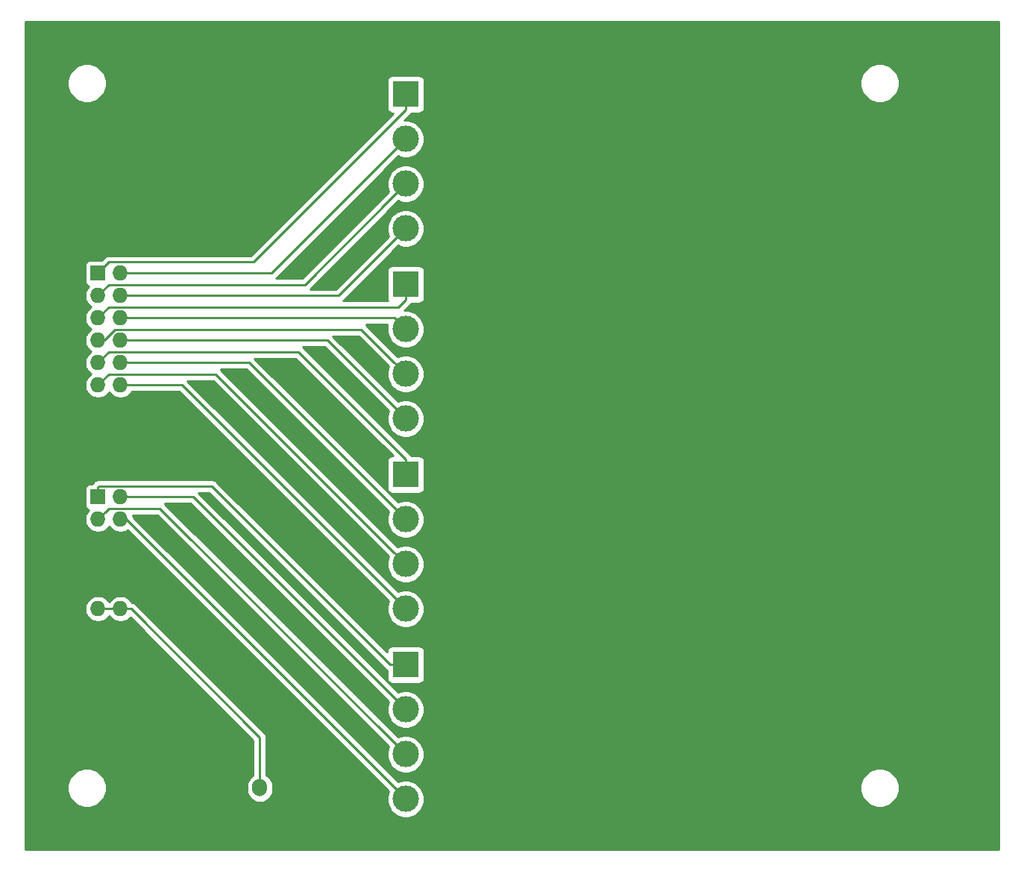
<source format=gbr>
G04 #@! TF.GenerationSoftware,KiCad,Pcbnew,(5.1.5)-3*
G04 #@! TF.CreationDate,2020-04-02T00:33:27+02:00*
G04 #@! TF.ProjectId,splitflap,73706c69-7466-46c6-9170-2e6b69636164,rev?*
G04 #@! TF.SameCoordinates,Original*
G04 #@! TF.FileFunction,Copper,L1,Top*
G04 #@! TF.FilePolarity,Positive*
%FSLAX46Y46*%
G04 Gerber Fmt 4.6, Leading zero omitted, Abs format (unit mm)*
G04 Created by KiCad (PCBNEW (5.1.5)-3) date 2020-04-02 00:33:27*
%MOMM*%
%LPD*%
G04 APERTURE LIST*
%ADD10O,1.700000X2.000000*%
%ADD11C,0.100000*%
%ADD12C,3.000000*%
%ADD13R,3.000000X3.000000*%
%ADD14R,1.727200X1.727200*%
%ADD15O,1.727200X1.727200*%
%ADD16C,0.250000*%
%ADD17C,0.254000*%
G04 APERTURE END LIST*
D10*
X174585000Y-113030000D03*
G04 #@! TA.AperFunction,ComponentPad*
D11*
G36*
X172709504Y-112031204D02*
G01*
X172733773Y-112034804D01*
X172757571Y-112040765D01*
X172780671Y-112049030D01*
X172802849Y-112059520D01*
X172823893Y-112072133D01*
X172843598Y-112086747D01*
X172861777Y-112103223D01*
X172878253Y-112121402D01*
X172892867Y-112141107D01*
X172905480Y-112162151D01*
X172915970Y-112184329D01*
X172924235Y-112207429D01*
X172930196Y-112231227D01*
X172933796Y-112255496D01*
X172935000Y-112280000D01*
X172935000Y-113780000D01*
X172933796Y-113804504D01*
X172930196Y-113828773D01*
X172924235Y-113852571D01*
X172915970Y-113875671D01*
X172905480Y-113897849D01*
X172892867Y-113918893D01*
X172878253Y-113938598D01*
X172861777Y-113956777D01*
X172843598Y-113973253D01*
X172823893Y-113987867D01*
X172802849Y-114000480D01*
X172780671Y-114010970D01*
X172757571Y-114019235D01*
X172733773Y-114025196D01*
X172709504Y-114028796D01*
X172685000Y-114030000D01*
X171485000Y-114030000D01*
X171460496Y-114028796D01*
X171436227Y-114025196D01*
X171412429Y-114019235D01*
X171389329Y-114010970D01*
X171367151Y-114000480D01*
X171346107Y-113987867D01*
X171326402Y-113973253D01*
X171308223Y-113956777D01*
X171291747Y-113938598D01*
X171277133Y-113918893D01*
X171264520Y-113897849D01*
X171254030Y-113875671D01*
X171245765Y-113852571D01*
X171239804Y-113828773D01*
X171236204Y-113804504D01*
X171235000Y-113780000D01*
X171235000Y-112280000D01*
X171236204Y-112255496D01*
X171239804Y-112231227D01*
X171245765Y-112207429D01*
X171254030Y-112184329D01*
X171264520Y-112162151D01*
X171277133Y-112141107D01*
X171291747Y-112121402D01*
X171308223Y-112103223D01*
X171326402Y-112086747D01*
X171346107Y-112072133D01*
X171367151Y-112059520D01*
X171389329Y-112049030D01*
X171412429Y-112040765D01*
X171436227Y-112034804D01*
X171460496Y-112031204D01*
X171485000Y-112030000D01*
X172685000Y-112030000D01*
X172709504Y-112031204D01*
G37*
G04 #@! TD.AperFunction*
D12*
X191135000Y-49530000D03*
D13*
X191135000Y-34290000D03*
D12*
X191135000Y-44450000D03*
X191135000Y-39370000D03*
D14*
X156210000Y-80010000D03*
D15*
X158750000Y-80010000D03*
X156210000Y-82550000D03*
X158750000Y-82550000D03*
X156210000Y-85090000D03*
X158750000Y-85090000D03*
X156210000Y-87630000D03*
X158750000Y-87630000D03*
X156210000Y-90170000D03*
X158750000Y-90170000D03*
X156210000Y-92710000D03*
X158750000Y-92710000D03*
X158750000Y-67310000D03*
X156210000Y-67310000D03*
X158750000Y-64770000D03*
X156210000Y-64770000D03*
X158750000Y-62230000D03*
X156210000Y-62230000D03*
X158750000Y-59690000D03*
X156210000Y-59690000D03*
X158750000Y-57150000D03*
X156210000Y-57150000D03*
X158750000Y-54610000D03*
D14*
X156210000Y-54610000D03*
D12*
X191135000Y-114300000D03*
D13*
X191135000Y-99060000D03*
D12*
X191135000Y-109220000D03*
X191135000Y-104140000D03*
X191135000Y-92710000D03*
D13*
X191135000Y-77470000D03*
D12*
X191135000Y-87630000D03*
X191135000Y-82550000D03*
X191135000Y-71120000D03*
D13*
X191135000Y-55880000D03*
D12*
X191135000Y-66040000D03*
X191135000Y-60960000D03*
D16*
X173355000Y-64770000D02*
X191135000Y-82550000D01*
X158750000Y-64770000D02*
X173355000Y-64770000D01*
X191135000Y-75720000D02*
X191135000Y-77470000D01*
X178946399Y-63531399D02*
X191135000Y-75720000D01*
X157448601Y-63531399D02*
X178946399Y-63531399D01*
X156210000Y-64770000D02*
X157448601Y-63531399D01*
X182245000Y-62230000D02*
X191135000Y-71120000D01*
X158750000Y-62230000D02*
X182245000Y-62230000D01*
X189635001Y-64540001D02*
X191135000Y-66040000D01*
X186086399Y-60991399D02*
X189635001Y-64540001D01*
X158155471Y-60991399D02*
X186086399Y-60991399D01*
X156916870Y-62230000D02*
X158155471Y-60991399D01*
X156210000Y-62230000D02*
X156916870Y-62230000D01*
X189865000Y-59690000D02*
X191135000Y-60960000D01*
X158750000Y-59690000D02*
X189865000Y-59690000D01*
X191135000Y-57630000D02*
X191135000Y-55880000D01*
X190313601Y-58451399D02*
X191135000Y-57630000D01*
X157448601Y-58451399D02*
X190313601Y-58451399D01*
X156210000Y-59690000D02*
X157448601Y-58451399D01*
X165735000Y-67310000D02*
X191135000Y-92710000D01*
X158750000Y-67310000D02*
X165735000Y-67310000D01*
X169576399Y-66071399D02*
X189635001Y-86130001D01*
X157448601Y-66071399D02*
X169576399Y-66071399D01*
X189635001Y-86130001D02*
X191135000Y-87630000D01*
X156210000Y-67310000D02*
X157448601Y-66071399D01*
X183515000Y-57150000D02*
X191135000Y-49530000D01*
X158750000Y-57150000D02*
X183515000Y-57150000D01*
X189635001Y-45949999D02*
X191135000Y-44450000D01*
X157448601Y-55911399D02*
X179673601Y-55911399D01*
X179673601Y-55911399D02*
X189635001Y-45949999D01*
X156210000Y-57150000D02*
X157448601Y-55911399D01*
X175895000Y-54610000D02*
X191135000Y-39370000D01*
X158750000Y-54610000D02*
X175895000Y-54610000D01*
X191135000Y-36040000D02*
X191135000Y-34290000D01*
X157480000Y-53340000D02*
X173835000Y-53340000D01*
X173835000Y-53340000D02*
X191135000Y-36040000D01*
X156210000Y-54610000D02*
X157480000Y-53340000D01*
X156210000Y-78896400D02*
X156210000Y-80010000D01*
X156335001Y-78771399D02*
X156210000Y-78896400D01*
X169096399Y-78771399D02*
X156335001Y-78771399D01*
X189385000Y-99060000D02*
X169096399Y-78771399D01*
X191135000Y-99060000D02*
X189385000Y-99060000D01*
X167005000Y-80010000D02*
X158750000Y-80010000D01*
X191135000Y-104140000D02*
X167005000Y-80010000D01*
X157073599Y-81686401D02*
X156210000Y-82550000D01*
X163226399Y-81311399D02*
X157448601Y-81311399D01*
X157448601Y-81311399D02*
X157073599Y-81686401D01*
X191135000Y-109220000D02*
X163226399Y-81311399D01*
X159385000Y-82550000D02*
X158750000Y-82550000D01*
X191135000Y-114300000D02*
X159385000Y-82550000D01*
X158710000Y-92750000D02*
X158750000Y-92710000D01*
X156210000Y-92710000D02*
X158750000Y-92710000D01*
X174585000Y-107323686D02*
X174585000Y-111780000D01*
X174585000Y-111780000D02*
X174585000Y-113030000D01*
X159971314Y-92710000D02*
X174585000Y-107323686D01*
X158750000Y-92710000D02*
X159971314Y-92710000D01*
D17*
G36*
X258420001Y-39337572D02*
G01*
X258420000Y-39337582D01*
X258420001Y-119990000D01*
X147980000Y-119990000D01*
X147980000Y-112799872D01*
X152705000Y-112799872D01*
X152705000Y-113240128D01*
X152790890Y-113671925D01*
X152959369Y-114078669D01*
X153203962Y-114444729D01*
X153515271Y-114756038D01*
X153881331Y-115000631D01*
X154288075Y-115169110D01*
X154719872Y-115255000D01*
X155160128Y-115255000D01*
X155591925Y-115169110D01*
X155998669Y-115000631D01*
X156364729Y-114756038D01*
X156676038Y-114444729D01*
X156920631Y-114078669D01*
X157089110Y-113671925D01*
X157175000Y-113240128D01*
X157175000Y-112799872D01*
X157089110Y-112368075D01*
X156920631Y-111961331D01*
X156676038Y-111595271D01*
X156364729Y-111283962D01*
X155998669Y-111039369D01*
X155591925Y-110870890D01*
X155160128Y-110785000D01*
X154719872Y-110785000D01*
X154288075Y-110870890D01*
X153881331Y-111039369D01*
X153515271Y-111283962D01*
X153203962Y-111595271D01*
X152959369Y-111961331D01*
X152790890Y-112368075D01*
X152705000Y-112799872D01*
X147980000Y-112799872D01*
X147980000Y-92562401D01*
X154711400Y-92562401D01*
X154711400Y-92857599D01*
X154768990Y-93147125D01*
X154881958Y-93419853D01*
X155045961Y-93665302D01*
X155254698Y-93874039D01*
X155500147Y-94038042D01*
X155772875Y-94151010D01*
X156062401Y-94208600D01*
X156357599Y-94208600D01*
X156647125Y-94151010D01*
X156919853Y-94038042D01*
X157165302Y-93874039D01*
X157374039Y-93665302D01*
X157480000Y-93506719D01*
X157585961Y-93665302D01*
X157794698Y-93874039D01*
X158040147Y-94038042D01*
X158312875Y-94151010D01*
X158602401Y-94208600D01*
X158897599Y-94208600D01*
X159187125Y-94151010D01*
X159459853Y-94038042D01*
X159705302Y-93874039D01*
X159882927Y-93696414D01*
X173825000Y-107638488D01*
X173825001Y-111602405D01*
X173755986Y-111639294D01*
X173529866Y-111824866D01*
X173344294Y-112050987D01*
X173206401Y-112308967D01*
X173121487Y-112588890D01*
X173100000Y-112807051D01*
X173100000Y-113252950D01*
X173121487Y-113471111D01*
X173206401Y-113751034D01*
X173344294Y-114009014D01*
X173529866Y-114235134D01*
X173755987Y-114420706D01*
X174013967Y-114558599D01*
X174293890Y-114643513D01*
X174585000Y-114672185D01*
X174876111Y-114643513D01*
X175156034Y-114558599D01*
X175414014Y-114420706D01*
X175640134Y-114235134D01*
X175825706Y-114009014D01*
X175963599Y-113751033D01*
X176048513Y-113471110D01*
X176070000Y-113252949D01*
X176070000Y-112807050D01*
X176048513Y-112588889D01*
X175963599Y-112308966D01*
X175825706Y-112050986D01*
X175640134Y-111824866D01*
X175414013Y-111639294D01*
X175345000Y-111602406D01*
X175345000Y-107361009D01*
X175348676Y-107323686D01*
X175345000Y-107286363D01*
X175345000Y-107286353D01*
X175334003Y-107174700D01*
X175290546Y-107031439D01*
X175219975Y-106899411D01*
X175219974Y-106899409D01*
X175148799Y-106812683D01*
X175125001Y-106783685D01*
X175096004Y-106759888D01*
X160535118Y-92199003D01*
X160511315Y-92169999D01*
X160395590Y-92075026D01*
X160263561Y-92004454D01*
X160120300Y-91960997D01*
X160047063Y-91953784D01*
X159914039Y-91754698D01*
X159705302Y-91545961D01*
X159459853Y-91381958D01*
X159187125Y-91268990D01*
X158897599Y-91211400D01*
X158602401Y-91211400D01*
X158312875Y-91268990D01*
X158040147Y-91381958D01*
X157794698Y-91545961D01*
X157585961Y-91754698D01*
X157480000Y-91913281D01*
X157374039Y-91754698D01*
X157165302Y-91545961D01*
X156919853Y-91381958D01*
X156647125Y-91268990D01*
X156357599Y-91211400D01*
X156062401Y-91211400D01*
X155772875Y-91268990D01*
X155500147Y-91381958D01*
X155254698Y-91545961D01*
X155045961Y-91754698D01*
X154881958Y-92000147D01*
X154768990Y-92272875D01*
X154711400Y-92562401D01*
X147980000Y-92562401D01*
X147980000Y-79146400D01*
X154708328Y-79146400D01*
X154708328Y-80873600D01*
X154720588Y-80998082D01*
X154756898Y-81117780D01*
X154815863Y-81228094D01*
X154895215Y-81324785D01*
X154991906Y-81404137D01*
X155102220Y-81463102D01*
X155160023Y-81480636D01*
X155045961Y-81594698D01*
X154881958Y-81840147D01*
X154768990Y-82112875D01*
X154711400Y-82402401D01*
X154711400Y-82697599D01*
X154768990Y-82987125D01*
X154881958Y-83259853D01*
X155045961Y-83505302D01*
X155254698Y-83714039D01*
X155500147Y-83878042D01*
X155772875Y-83991010D01*
X156062401Y-84048600D01*
X156357599Y-84048600D01*
X156647125Y-83991010D01*
X156919853Y-83878042D01*
X157165302Y-83714039D01*
X157374039Y-83505302D01*
X157480000Y-83346719D01*
X157585961Y-83505302D01*
X157794698Y-83714039D01*
X158040147Y-83878042D01*
X158312875Y-83991010D01*
X158602401Y-84048600D01*
X158897599Y-84048600D01*
X159187125Y-83991010D01*
X159459853Y-83878042D01*
X159566789Y-83806590D01*
X189186140Y-113425942D01*
X189082047Y-113677244D01*
X189000000Y-114089721D01*
X189000000Y-114510279D01*
X189082047Y-114922756D01*
X189242988Y-115311302D01*
X189476637Y-115660983D01*
X189774017Y-115958363D01*
X190123698Y-116192012D01*
X190512244Y-116352953D01*
X190924721Y-116435000D01*
X191345279Y-116435000D01*
X191757756Y-116352953D01*
X192146302Y-116192012D01*
X192495983Y-115958363D01*
X192793363Y-115660983D01*
X193027012Y-115311302D01*
X193187953Y-114922756D01*
X193270000Y-114510279D01*
X193270000Y-114089721D01*
X193187953Y-113677244D01*
X193027012Y-113288698D01*
X192793363Y-112939017D01*
X192654218Y-112799872D01*
X242705000Y-112799872D01*
X242705000Y-113240128D01*
X242790890Y-113671925D01*
X242959369Y-114078669D01*
X243203962Y-114444729D01*
X243515271Y-114756038D01*
X243881331Y-115000631D01*
X244288075Y-115169110D01*
X244719872Y-115255000D01*
X245160128Y-115255000D01*
X245591925Y-115169110D01*
X245998669Y-115000631D01*
X246364729Y-114756038D01*
X246676038Y-114444729D01*
X246920631Y-114078669D01*
X247089110Y-113671925D01*
X247175000Y-113240128D01*
X247175000Y-112799872D01*
X247089110Y-112368075D01*
X246920631Y-111961331D01*
X246676038Y-111595271D01*
X246364729Y-111283962D01*
X245998669Y-111039369D01*
X245591925Y-110870890D01*
X245160128Y-110785000D01*
X244719872Y-110785000D01*
X244288075Y-110870890D01*
X243881331Y-111039369D01*
X243515271Y-111283962D01*
X243203962Y-111595271D01*
X242959369Y-111961331D01*
X242790890Y-112368075D01*
X242705000Y-112799872D01*
X192654218Y-112799872D01*
X192495983Y-112641637D01*
X192146302Y-112407988D01*
X191757756Y-112247047D01*
X191345279Y-112165000D01*
X190924721Y-112165000D01*
X190512244Y-112247047D01*
X190260942Y-112351140D01*
X160232808Y-82323007D01*
X160191010Y-82112875D01*
X160173830Y-82071399D01*
X162911598Y-82071399D01*
X189186140Y-108345942D01*
X189082047Y-108597244D01*
X189000000Y-109009721D01*
X189000000Y-109430279D01*
X189082047Y-109842756D01*
X189242988Y-110231302D01*
X189476637Y-110580983D01*
X189774017Y-110878363D01*
X190123698Y-111112012D01*
X190512244Y-111272953D01*
X190924721Y-111355000D01*
X191345279Y-111355000D01*
X191757756Y-111272953D01*
X192146302Y-111112012D01*
X192495983Y-110878363D01*
X192793363Y-110580983D01*
X193027012Y-110231302D01*
X193187953Y-109842756D01*
X193270000Y-109430279D01*
X193270000Y-109009721D01*
X193187953Y-108597244D01*
X193027012Y-108208698D01*
X192793363Y-107859017D01*
X192495983Y-107561637D01*
X192146302Y-107327988D01*
X191757756Y-107167047D01*
X191345279Y-107085000D01*
X190924721Y-107085000D01*
X190512244Y-107167047D01*
X190260942Y-107271140D01*
X163790203Y-80800402D01*
X163766400Y-80771398D01*
X163764697Y-80770000D01*
X166690199Y-80770000D01*
X189186140Y-103265942D01*
X189082047Y-103517244D01*
X189000000Y-103929721D01*
X189000000Y-104350279D01*
X189082047Y-104762756D01*
X189242988Y-105151302D01*
X189476637Y-105500983D01*
X189774017Y-105798363D01*
X190123698Y-106032012D01*
X190512244Y-106192953D01*
X190924721Y-106275000D01*
X191345279Y-106275000D01*
X191757756Y-106192953D01*
X192146302Y-106032012D01*
X192495983Y-105798363D01*
X192793363Y-105500983D01*
X193027012Y-105151302D01*
X193187953Y-104762756D01*
X193270000Y-104350279D01*
X193270000Y-103929721D01*
X193187953Y-103517244D01*
X193027012Y-103128698D01*
X192793363Y-102779017D01*
X192495983Y-102481637D01*
X192146302Y-102247988D01*
X191757756Y-102087047D01*
X191345279Y-102005000D01*
X190924721Y-102005000D01*
X190512244Y-102087047D01*
X190260942Y-102191140D01*
X167601200Y-79531399D01*
X168781598Y-79531399D01*
X188821201Y-99571003D01*
X188844999Y-99600001D01*
X188960724Y-99694974D01*
X188996928Y-99714326D01*
X188996928Y-100560000D01*
X189009188Y-100684482D01*
X189045498Y-100804180D01*
X189104463Y-100914494D01*
X189183815Y-101011185D01*
X189280506Y-101090537D01*
X189390820Y-101149502D01*
X189510518Y-101185812D01*
X189635000Y-101198072D01*
X192635000Y-101198072D01*
X192759482Y-101185812D01*
X192879180Y-101149502D01*
X192989494Y-101090537D01*
X193086185Y-101011185D01*
X193165537Y-100914494D01*
X193224502Y-100804180D01*
X193260812Y-100684482D01*
X193273072Y-100560000D01*
X193273072Y-97560000D01*
X193260812Y-97435518D01*
X193224502Y-97315820D01*
X193165537Y-97205506D01*
X193086185Y-97108815D01*
X192989494Y-97029463D01*
X192879180Y-96970498D01*
X192759482Y-96934188D01*
X192635000Y-96921928D01*
X189635000Y-96921928D01*
X189510518Y-96934188D01*
X189390820Y-96970498D01*
X189280506Y-97029463D01*
X189183815Y-97108815D01*
X189104463Y-97205506D01*
X189045498Y-97315820D01*
X189009188Y-97435518D01*
X188996928Y-97560000D01*
X188996928Y-97597126D01*
X169660203Y-78260402D01*
X169636400Y-78231398D01*
X169520675Y-78136425D01*
X169388646Y-78065853D01*
X169245385Y-78022396D01*
X169133732Y-78011399D01*
X169133721Y-78011399D01*
X169096399Y-78007723D01*
X169059077Y-78011399D01*
X156372323Y-78011399D01*
X156335000Y-78007723D01*
X156297678Y-78011399D01*
X156297668Y-78011399D01*
X156186015Y-78022396D01*
X156042754Y-78065853D01*
X155910725Y-78136425D01*
X155795000Y-78231398D01*
X155771197Y-78260402D01*
X155699003Y-78332596D01*
X155669999Y-78356399D01*
X155614871Y-78423574D01*
X155575026Y-78472124D01*
X155555674Y-78508328D01*
X155346400Y-78508328D01*
X155221918Y-78520588D01*
X155102220Y-78556898D01*
X154991906Y-78615863D01*
X154895215Y-78695215D01*
X154815863Y-78791906D01*
X154756898Y-78902220D01*
X154720588Y-79021918D01*
X154708328Y-79146400D01*
X147980000Y-79146400D01*
X147980000Y-53746400D01*
X154708328Y-53746400D01*
X154708328Y-55473600D01*
X154720588Y-55598082D01*
X154756898Y-55717780D01*
X154815863Y-55828094D01*
X154895215Y-55924785D01*
X154991906Y-56004137D01*
X155102220Y-56063102D01*
X155160023Y-56080636D01*
X155045961Y-56194698D01*
X154881958Y-56440147D01*
X154768990Y-56712875D01*
X154711400Y-57002401D01*
X154711400Y-57297599D01*
X154768990Y-57587125D01*
X154881958Y-57859853D01*
X155045961Y-58105302D01*
X155254698Y-58314039D01*
X155413281Y-58420000D01*
X155254698Y-58525961D01*
X155045961Y-58734698D01*
X154881958Y-58980147D01*
X154768990Y-59252875D01*
X154711400Y-59542401D01*
X154711400Y-59837599D01*
X154768990Y-60127125D01*
X154881958Y-60399853D01*
X155045961Y-60645302D01*
X155254698Y-60854039D01*
X155413281Y-60960000D01*
X155254698Y-61065961D01*
X155045961Y-61274698D01*
X154881958Y-61520147D01*
X154768990Y-61792875D01*
X154711400Y-62082401D01*
X154711400Y-62377599D01*
X154768990Y-62667125D01*
X154881958Y-62939853D01*
X155045961Y-63185302D01*
X155254698Y-63394039D01*
X155413281Y-63500000D01*
X155254698Y-63605961D01*
X155045961Y-63814698D01*
X154881958Y-64060147D01*
X154768990Y-64332875D01*
X154711400Y-64622401D01*
X154711400Y-64917599D01*
X154768990Y-65207125D01*
X154881958Y-65479853D01*
X155045961Y-65725302D01*
X155254698Y-65934039D01*
X155413281Y-66040000D01*
X155254698Y-66145961D01*
X155045961Y-66354698D01*
X154881958Y-66600147D01*
X154768990Y-66872875D01*
X154711400Y-67162401D01*
X154711400Y-67457599D01*
X154768990Y-67747125D01*
X154881958Y-68019853D01*
X155045961Y-68265302D01*
X155254698Y-68474039D01*
X155500147Y-68638042D01*
X155772875Y-68751010D01*
X156062401Y-68808600D01*
X156357599Y-68808600D01*
X156647125Y-68751010D01*
X156919853Y-68638042D01*
X157165302Y-68474039D01*
X157374039Y-68265302D01*
X157480000Y-68106719D01*
X157585961Y-68265302D01*
X157794698Y-68474039D01*
X158040147Y-68638042D01*
X158312875Y-68751010D01*
X158602401Y-68808600D01*
X158897599Y-68808600D01*
X159187125Y-68751010D01*
X159459853Y-68638042D01*
X159705302Y-68474039D01*
X159914039Y-68265302D01*
X160044535Y-68070000D01*
X165420199Y-68070000D01*
X189186140Y-91835942D01*
X189082047Y-92087244D01*
X189000000Y-92499721D01*
X189000000Y-92920279D01*
X189082047Y-93332756D01*
X189242988Y-93721302D01*
X189476637Y-94070983D01*
X189774017Y-94368363D01*
X190123698Y-94602012D01*
X190512244Y-94762953D01*
X190924721Y-94845000D01*
X191345279Y-94845000D01*
X191757756Y-94762953D01*
X192146302Y-94602012D01*
X192495983Y-94368363D01*
X192793363Y-94070983D01*
X193027012Y-93721302D01*
X193187953Y-93332756D01*
X193270000Y-92920279D01*
X193270000Y-92499721D01*
X193187953Y-92087244D01*
X193027012Y-91698698D01*
X192793363Y-91349017D01*
X192495983Y-91051637D01*
X192146302Y-90817988D01*
X191757756Y-90657047D01*
X191345279Y-90575000D01*
X190924721Y-90575000D01*
X190512244Y-90657047D01*
X190260942Y-90761140D01*
X166331200Y-66831399D01*
X169261598Y-66831399D01*
X189123998Y-86693800D01*
X189124003Y-86693804D01*
X189186140Y-86755941D01*
X189082047Y-87007244D01*
X189000000Y-87419721D01*
X189000000Y-87840279D01*
X189082047Y-88252756D01*
X189242988Y-88641302D01*
X189476637Y-88990983D01*
X189774017Y-89288363D01*
X190123698Y-89522012D01*
X190512244Y-89682953D01*
X190924721Y-89765000D01*
X191345279Y-89765000D01*
X191757756Y-89682953D01*
X192146302Y-89522012D01*
X192495983Y-89288363D01*
X192793363Y-88990983D01*
X193027012Y-88641302D01*
X193187953Y-88252756D01*
X193270000Y-87840279D01*
X193270000Y-87419721D01*
X193187953Y-87007244D01*
X193027012Y-86618698D01*
X192793363Y-86269017D01*
X192495983Y-85971637D01*
X192146302Y-85737988D01*
X191757756Y-85577047D01*
X191345279Y-85495000D01*
X190924721Y-85495000D01*
X190512244Y-85577047D01*
X190260941Y-85681140D01*
X190198804Y-85619003D01*
X190198800Y-85618998D01*
X170140203Y-65560402D01*
X170116400Y-65531398D01*
X170114697Y-65530000D01*
X173040199Y-65530000D01*
X189186140Y-81675942D01*
X189082047Y-81927244D01*
X189000000Y-82339721D01*
X189000000Y-82760279D01*
X189082047Y-83172756D01*
X189242988Y-83561302D01*
X189476637Y-83910983D01*
X189774017Y-84208363D01*
X190123698Y-84442012D01*
X190512244Y-84602953D01*
X190924721Y-84685000D01*
X191345279Y-84685000D01*
X191757756Y-84602953D01*
X192146302Y-84442012D01*
X192495983Y-84208363D01*
X192793363Y-83910983D01*
X193027012Y-83561302D01*
X193187953Y-83172756D01*
X193270000Y-82760279D01*
X193270000Y-82339721D01*
X193187953Y-81927244D01*
X193027012Y-81538698D01*
X192793363Y-81189017D01*
X192495983Y-80891637D01*
X192146302Y-80657988D01*
X191757756Y-80497047D01*
X191345279Y-80415000D01*
X190924721Y-80415000D01*
X190512244Y-80497047D01*
X190260942Y-80601140D01*
X173951200Y-64291399D01*
X178631598Y-64291399D01*
X189672126Y-75331928D01*
X189635000Y-75331928D01*
X189510518Y-75344188D01*
X189390820Y-75380498D01*
X189280506Y-75439463D01*
X189183815Y-75518815D01*
X189104463Y-75615506D01*
X189045498Y-75725820D01*
X189009188Y-75845518D01*
X188996928Y-75970000D01*
X188996928Y-78970000D01*
X189009188Y-79094482D01*
X189045498Y-79214180D01*
X189104463Y-79324494D01*
X189183815Y-79421185D01*
X189280506Y-79500537D01*
X189390820Y-79559502D01*
X189510518Y-79595812D01*
X189635000Y-79608072D01*
X192635000Y-79608072D01*
X192759482Y-79595812D01*
X192879180Y-79559502D01*
X192989494Y-79500537D01*
X193086185Y-79421185D01*
X193165537Y-79324494D01*
X193224502Y-79214180D01*
X193260812Y-79094482D01*
X193273072Y-78970000D01*
X193273072Y-75970000D01*
X193260812Y-75845518D01*
X193224502Y-75725820D01*
X193165537Y-75615506D01*
X193086185Y-75518815D01*
X192989494Y-75439463D01*
X192879180Y-75380498D01*
X192759482Y-75344188D01*
X192635000Y-75331928D01*
X191789326Y-75331928D01*
X191769974Y-75295724D01*
X191675001Y-75179999D01*
X191646004Y-75156202D01*
X179510203Y-63020402D01*
X179486400Y-62991398D01*
X179484697Y-62990000D01*
X181930199Y-62990000D01*
X189186140Y-70245942D01*
X189082047Y-70497244D01*
X189000000Y-70909721D01*
X189000000Y-71330279D01*
X189082047Y-71742756D01*
X189242988Y-72131302D01*
X189476637Y-72480983D01*
X189774017Y-72778363D01*
X190123698Y-73012012D01*
X190512244Y-73172953D01*
X190924721Y-73255000D01*
X191345279Y-73255000D01*
X191757756Y-73172953D01*
X192146302Y-73012012D01*
X192495983Y-72778363D01*
X192793363Y-72480983D01*
X193027012Y-72131302D01*
X193187953Y-71742756D01*
X193270000Y-71330279D01*
X193270000Y-70909721D01*
X193187953Y-70497244D01*
X193027012Y-70108698D01*
X192793363Y-69759017D01*
X192495983Y-69461637D01*
X192146302Y-69227988D01*
X191757756Y-69067047D01*
X191345279Y-68985000D01*
X190924721Y-68985000D01*
X190512244Y-69067047D01*
X190260942Y-69171140D01*
X182841200Y-61751399D01*
X185771598Y-61751399D01*
X189123998Y-65103800D01*
X189124003Y-65103804D01*
X189186140Y-65165941D01*
X189082047Y-65417244D01*
X189000000Y-65829721D01*
X189000000Y-66250279D01*
X189082047Y-66662756D01*
X189242988Y-67051302D01*
X189476637Y-67400983D01*
X189774017Y-67698363D01*
X190123698Y-67932012D01*
X190512244Y-68092953D01*
X190924721Y-68175000D01*
X191345279Y-68175000D01*
X191757756Y-68092953D01*
X192146302Y-67932012D01*
X192495983Y-67698363D01*
X192793363Y-67400983D01*
X193027012Y-67051302D01*
X193187953Y-66662756D01*
X193270000Y-66250279D01*
X193270000Y-65829721D01*
X193187953Y-65417244D01*
X193027012Y-65028698D01*
X192793363Y-64679017D01*
X192495983Y-64381637D01*
X192146302Y-64147988D01*
X191757756Y-63987047D01*
X191345279Y-63905000D01*
X190924721Y-63905000D01*
X190512244Y-63987047D01*
X190260941Y-64091140D01*
X190198804Y-64029003D01*
X190198800Y-64028998D01*
X186650203Y-60480402D01*
X186626400Y-60451398D01*
X186624697Y-60450000D01*
X189059618Y-60450000D01*
X189000000Y-60749721D01*
X189000000Y-61170279D01*
X189082047Y-61582756D01*
X189242988Y-61971302D01*
X189476637Y-62320983D01*
X189774017Y-62618363D01*
X190123698Y-62852012D01*
X190512244Y-63012953D01*
X190924721Y-63095000D01*
X191345279Y-63095000D01*
X191757756Y-63012953D01*
X192146302Y-62852012D01*
X192495983Y-62618363D01*
X192793363Y-62320983D01*
X193027012Y-61971302D01*
X193187953Y-61582756D01*
X193270000Y-61170279D01*
X193270000Y-60749721D01*
X193187953Y-60337244D01*
X193027012Y-59948698D01*
X192793363Y-59599017D01*
X192495983Y-59301637D01*
X192146302Y-59067988D01*
X191757756Y-58907047D01*
X191345279Y-58825000D01*
X191014801Y-58825000D01*
X191646004Y-58193798D01*
X191675001Y-58170001D01*
X191769974Y-58054276D01*
X191789326Y-58018072D01*
X192635000Y-58018072D01*
X192759482Y-58005812D01*
X192879180Y-57969502D01*
X192989494Y-57910537D01*
X193086185Y-57831185D01*
X193165537Y-57734494D01*
X193224502Y-57624180D01*
X193260812Y-57504482D01*
X193273072Y-57380000D01*
X193273072Y-54380000D01*
X193260812Y-54255518D01*
X193224502Y-54135820D01*
X193165537Y-54025506D01*
X193086185Y-53928815D01*
X192989494Y-53849463D01*
X192879180Y-53790498D01*
X192759482Y-53754188D01*
X192635000Y-53741928D01*
X189635000Y-53741928D01*
X189510518Y-53754188D01*
X189390820Y-53790498D01*
X189280506Y-53849463D01*
X189183815Y-53928815D01*
X189104463Y-54025506D01*
X189045498Y-54135820D01*
X189009188Y-54255518D01*
X188996928Y-54380000D01*
X188996928Y-57380000D01*
X189009188Y-57504482D01*
X189045498Y-57624180D01*
X189081428Y-57691399D01*
X184053298Y-57691399D01*
X184055001Y-57690001D01*
X184078804Y-57660997D01*
X190260942Y-51478860D01*
X190512244Y-51582953D01*
X190924721Y-51665000D01*
X191345279Y-51665000D01*
X191757756Y-51582953D01*
X192146302Y-51422012D01*
X192495983Y-51188363D01*
X192793363Y-50890983D01*
X193027012Y-50541302D01*
X193187953Y-50152756D01*
X193270000Y-49740279D01*
X193270000Y-49319721D01*
X193187953Y-48907244D01*
X193027012Y-48518698D01*
X192793363Y-48169017D01*
X192495983Y-47871637D01*
X192146302Y-47637988D01*
X191757756Y-47477047D01*
X191345279Y-47395000D01*
X190924721Y-47395000D01*
X190512244Y-47477047D01*
X190123698Y-47637988D01*
X189774017Y-47871637D01*
X189476637Y-48169017D01*
X189242988Y-48518698D01*
X189082047Y-48907244D01*
X189000000Y-49319721D01*
X189000000Y-49740279D01*
X189082047Y-50152756D01*
X189186140Y-50404058D01*
X183200199Y-56390000D01*
X180269801Y-56390000D01*
X190198800Y-46461002D01*
X190198804Y-46460997D01*
X190260941Y-46398860D01*
X190512244Y-46502953D01*
X190924721Y-46585000D01*
X191345279Y-46585000D01*
X191757756Y-46502953D01*
X192146302Y-46342012D01*
X192495983Y-46108363D01*
X192793363Y-45810983D01*
X193027012Y-45461302D01*
X193187953Y-45072756D01*
X193270000Y-44660279D01*
X193270000Y-44239721D01*
X193187953Y-43827244D01*
X193027012Y-43438698D01*
X192793363Y-43089017D01*
X192495983Y-42791637D01*
X192146302Y-42557988D01*
X191757756Y-42397047D01*
X191345279Y-42315000D01*
X190924721Y-42315000D01*
X190512244Y-42397047D01*
X190123698Y-42557988D01*
X189774017Y-42791637D01*
X189476637Y-43089017D01*
X189242988Y-43438698D01*
X189082047Y-43827244D01*
X189000000Y-44239721D01*
X189000000Y-44660279D01*
X189082047Y-45072756D01*
X189186140Y-45324059D01*
X189124003Y-45386196D01*
X189123998Y-45386200D01*
X179358800Y-55151399D01*
X176433298Y-55151399D01*
X176435001Y-55150001D01*
X176458804Y-55120997D01*
X190260942Y-41318860D01*
X190512244Y-41422953D01*
X190924721Y-41505000D01*
X191345279Y-41505000D01*
X191757756Y-41422953D01*
X192146302Y-41262012D01*
X192495983Y-41028363D01*
X192793363Y-40730983D01*
X193027012Y-40381302D01*
X193187953Y-39992756D01*
X193270000Y-39580279D01*
X193270000Y-39159721D01*
X193187953Y-38747244D01*
X193027012Y-38358698D01*
X192793363Y-38009017D01*
X192495983Y-37711637D01*
X192146302Y-37477988D01*
X191757756Y-37317047D01*
X191345279Y-37235000D01*
X191014802Y-37235000D01*
X191646004Y-36603798D01*
X191675001Y-36580001D01*
X191769974Y-36464276D01*
X191789326Y-36428072D01*
X192635000Y-36428072D01*
X192759482Y-36415812D01*
X192879180Y-36379502D01*
X192989494Y-36320537D01*
X193086185Y-36241185D01*
X193165537Y-36144494D01*
X193224502Y-36034180D01*
X193260812Y-35914482D01*
X193273072Y-35790000D01*
X193273072Y-32799872D01*
X242705000Y-32799872D01*
X242705000Y-33240128D01*
X242790890Y-33671925D01*
X242959369Y-34078669D01*
X243203962Y-34444729D01*
X243515271Y-34756038D01*
X243881331Y-35000631D01*
X244288075Y-35169110D01*
X244719872Y-35255000D01*
X245160128Y-35255000D01*
X245591925Y-35169110D01*
X245998669Y-35000631D01*
X246364729Y-34756038D01*
X246676038Y-34444729D01*
X246920631Y-34078669D01*
X247089110Y-33671925D01*
X247175000Y-33240128D01*
X247175000Y-32799872D01*
X247089110Y-32368075D01*
X246920631Y-31961331D01*
X246676038Y-31595271D01*
X246364729Y-31283962D01*
X245998669Y-31039369D01*
X245591925Y-30870890D01*
X245160128Y-30785000D01*
X244719872Y-30785000D01*
X244288075Y-30870890D01*
X243881331Y-31039369D01*
X243515271Y-31283962D01*
X243203962Y-31595271D01*
X242959369Y-31961331D01*
X242790890Y-32368075D01*
X242705000Y-32799872D01*
X193273072Y-32799872D01*
X193273072Y-32790000D01*
X193260812Y-32665518D01*
X193224502Y-32545820D01*
X193165537Y-32435506D01*
X193086185Y-32338815D01*
X192989494Y-32259463D01*
X192879180Y-32200498D01*
X192759482Y-32164188D01*
X192635000Y-32151928D01*
X189635000Y-32151928D01*
X189510518Y-32164188D01*
X189390820Y-32200498D01*
X189280506Y-32259463D01*
X189183815Y-32338815D01*
X189104463Y-32435506D01*
X189045498Y-32545820D01*
X189009188Y-32665518D01*
X188996928Y-32790000D01*
X188996928Y-35790000D01*
X189009188Y-35914482D01*
X189045498Y-36034180D01*
X189104463Y-36144494D01*
X189183815Y-36241185D01*
X189280506Y-36320537D01*
X189390820Y-36379502D01*
X189510518Y-36415812D01*
X189635000Y-36428072D01*
X189672126Y-36428072D01*
X173520199Y-52580000D01*
X157517322Y-52580000D01*
X157479999Y-52576324D01*
X157442676Y-52580000D01*
X157442667Y-52580000D01*
X157331014Y-52590997D01*
X157187753Y-52634454D01*
X157055724Y-52705026D01*
X156939999Y-52799999D01*
X156916201Y-52828997D01*
X156636870Y-53108328D01*
X155346400Y-53108328D01*
X155221918Y-53120588D01*
X155102220Y-53156898D01*
X154991906Y-53215863D01*
X154895215Y-53295215D01*
X154815863Y-53391906D01*
X154756898Y-53502220D01*
X154720588Y-53621918D01*
X154708328Y-53746400D01*
X147980000Y-53746400D01*
X147980000Y-32799872D01*
X152705000Y-32799872D01*
X152705000Y-33240128D01*
X152790890Y-33671925D01*
X152959369Y-34078669D01*
X153203962Y-34444729D01*
X153515271Y-34756038D01*
X153881331Y-35000631D01*
X154288075Y-35169110D01*
X154719872Y-35255000D01*
X155160128Y-35255000D01*
X155591925Y-35169110D01*
X155998669Y-35000631D01*
X156364729Y-34756038D01*
X156676038Y-34444729D01*
X156920631Y-34078669D01*
X157089110Y-33671925D01*
X157175000Y-33240128D01*
X157175000Y-32799872D01*
X157089110Y-32368075D01*
X156920631Y-31961331D01*
X156676038Y-31595271D01*
X156364729Y-31283962D01*
X155998669Y-31039369D01*
X155591925Y-30870890D01*
X155160128Y-30785000D01*
X154719872Y-30785000D01*
X154288075Y-30870890D01*
X153881331Y-31039369D01*
X153515271Y-31283962D01*
X153203962Y-31595271D01*
X152959369Y-31961331D01*
X152790890Y-32368075D01*
X152705000Y-32799872D01*
X147980000Y-32799872D01*
X147980000Y-26060000D01*
X258420000Y-26060000D01*
X258420001Y-39337572D01*
G37*
X258420001Y-39337572D02*
X258420000Y-39337582D01*
X258420001Y-119990000D01*
X147980000Y-119990000D01*
X147980000Y-112799872D01*
X152705000Y-112799872D01*
X152705000Y-113240128D01*
X152790890Y-113671925D01*
X152959369Y-114078669D01*
X153203962Y-114444729D01*
X153515271Y-114756038D01*
X153881331Y-115000631D01*
X154288075Y-115169110D01*
X154719872Y-115255000D01*
X155160128Y-115255000D01*
X155591925Y-115169110D01*
X155998669Y-115000631D01*
X156364729Y-114756038D01*
X156676038Y-114444729D01*
X156920631Y-114078669D01*
X157089110Y-113671925D01*
X157175000Y-113240128D01*
X157175000Y-112799872D01*
X157089110Y-112368075D01*
X156920631Y-111961331D01*
X156676038Y-111595271D01*
X156364729Y-111283962D01*
X155998669Y-111039369D01*
X155591925Y-110870890D01*
X155160128Y-110785000D01*
X154719872Y-110785000D01*
X154288075Y-110870890D01*
X153881331Y-111039369D01*
X153515271Y-111283962D01*
X153203962Y-111595271D01*
X152959369Y-111961331D01*
X152790890Y-112368075D01*
X152705000Y-112799872D01*
X147980000Y-112799872D01*
X147980000Y-92562401D01*
X154711400Y-92562401D01*
X154711400Y-92857599D01*
X154768990Y-93147125D01*
X154881958Y-93419853D01*
X155045961Y-93665302D01*
X155254698Y-93874039D01*
X155500147Y-94038042D01*
X155772875Y-94151010D01*
X156062401Y-94208600D01*
X156357599Y-94208600D01*
X156647125Y-94151010D01*
X156919853Y-94038042D01*
X157165302Y-93874039D01*
X157374039Y-93665302D01*
X157480000Y-93506719D01*
X157585961Y-93665302D01*
X157794698Y-93874039D01*
X158040147Y-94038042D01*
X158312875Y-94151010D01*
X158602401Y-94208600D01*
X158897599Y-94208600D01*
X159187125Y-94151010D01*
X159459853Y-94038042D01*
X159705302Y-93874039D01*
X159882927Y-93696414D01*
X173825000Y-107638488D01*
X173825001Y-111602405D01*
X173755986Y-111639294D01*
X173529866Y-111824866D01*
X173344294Y-112050987D01*
X173206401Y-112308967D01*
X173121487Y-112588890D01*
X173100000Y-112807051D01*
X173100000Y-113252950D01*
X173121487Y-113471111D01*
X173206401Y-113751034D01*
X173344294Y-114009014D01*
X173529866Y-114235134D01*
X173755987Y-114420706D01*
X174013967Y-114558599D01*
X174293890Y-114643513D01*
X174585000Y-114672185D01*
X174876111Y-114643513D01*
X175156034Y-114558599D01*
X175414014Y-114420706D01*
X175640134Y-114235134D01*
X175825706Y-114009014D01*
X175963599Y-113751033D01*
X176048513Y-113471110D01*
X176070000Y-113252949D01*
X176070000Y-112807050D01*
X176048513Y-112588889D01*
X175963599Y-112308966D01*
X175825706Y-112050986D01*
X175640134Y-111824866D01*
X175414013Y-111639294D01*
X175345000Y-111602406D01*
X175345000Y-107361009D01*
X175348676Y-107323686D01*
X175345000Y-107286363D01*
X175345000Y-107286353D01*
X175334003Y-107174700D01*
X175290546Y-107031439D01*
X175219975Y-106899411D01*
X175219974Y-106899409D01*
X175148799Y-106812683D01*
X175125001Y-106783685D01*
X175096004Y-106759888D01*
X160535118Y-92199003D01*
X160511315Y-92169999D01*
X160395590Y-92075026D01*
X160263561Y-92004454D01*
X160120300Y-91960997D01*
X160047063Y-91953784D01*
X159914039Y-91754698D01*
X159705302Y-91545961D01*
X159459853Y-91381958D01*
X159187125Y-91268990D01*
X158897599Y-91211400D01*
X158602401Y-91211400D01*
X158312875Y-91268990D01*
X158040147Y-91381958D01*
X157794698Y-91545961D01*
X157585961Y-91754698D01*
X157480000Y-91913281D01*
X157374039Y-91754698D01*
X157165302Y-91545961D01*
X156919853Y-91381958D01*
X156647125Y-91268990D01*
X156357599Y-91211400D01*
X156062401Y-91211400D01*
X155772875Y-91268990D01*
X155500147Y-91381958D01*
X155254698Y-91545961D01*
X155045961Y-91754698D01*
X154881958Y-92000147D01*
X154768990Y-92272875D01*
X154711400Y-92562401D01*
X147980000Y-92562401D01*
X147980000Y-79146400D01*
X154708328Y-79146400D01*
X154708328Y-80873600D01*
X154720588Y-80998082D01*
X154756898Y-81117780D01*
X154815863Y-81228094D01*
X154895215Y-81324785D01*
X154991906Y-81404137D01*
X155102220Y-81463102D01*
X155160023Y-81480636D01*
X155045961Y-81594698D01*
X154881958Y-81840147D01*
X154768990Y-82112875D01*
X154711400Y-82402401D01*
X154711400Y-82697599D01*
X154768990Y-82987125D01*
X154881958Y-83259853D01*
X155045961Y-83505302D01*
X155254698Y-83714039D01*
X155500147Y-83878042D01*
X155772875Y-83991010D01*
X156062401Y-84048600D01*
X156357599Y-84048600D01*
X156647125Y-83991010D01*
X156919853Y-83878042D01*
X157165302Y-83714039D01*
X157374039Y-83505302D01*
X157480000Y-83346719D01*
X157585961Y-83505302D01*
X157794698Y-83714039D01*
X158040147Y-83878042D01*
X158312875Y-83991010D01*
X158602401Y-84048600D01*
X158897599Y-84048600D01*
X159187125Y-83991010D01*
X159459853Y-83878042D01*
X159566789Y-83806590D01*
X189186140Y-113425942D01*
X189082047Y-113677244D01*
X189000000Y-114089721D01*
X189000000Y-114510279D01*
X189082047Y-114922756D01*
X189242988Y-115311302D01*
X189476637Y-115660983D01*
X189774017Y-115958363D01*
X190123698Y-116192012D01*
X190512244Y-116352953D01*
X190924721Y-116435000D01*
X191345279Y-116435000D01*
X191757756Y-116352953D01*
X192146302Y-116192012D01*
X192495983Y-115958363D01*
X192793363Y-115660983D01*
X193027012Y-115311302D01*
X193187953Y-114922756D01*
X193270000Y-114510279D01*
X193270000Y-114089721D01*
X193187953Y-113677244D01*
X193027012Y-113288698D01*
X192793363Y-112939017D01*
X192654218Y-112799872D01*
X242705000Y-112799872D01*
X242705000Y-113240128D01*
X242790890Y-113671925D01*
X242959369Y-114078669D01*
X243203962Y-114444729D01*
X243515271Y-114756038D01*
X243881331Y-115000631D01*
X244288075Y-115169110D01*
X244719872Y-115255000D01*
X245160128Y-115255000D01*
X245591925Y-115169110D01*
X245998669Y-115000631D01*
X246364729Y-114756038D01*
X246676038Y-114444729D01*
X246920631Y-114078669D01*
X247089110Y-113671925D01*
X247175000Y-113240128D01*
X247175000Y-112799872D01*
X247089110Y-112368075D01*
X246920631Y-111961331D01*
X246676038Y-111595271D01*
X246364729Y-111283962D01*
X245998669Y-111039369D01*
X245591925Y-110870890D01*
X245160128Y-110785000D01*
X244719872Y-110785000D01*
X244288075Y-110870890D01*
X243881331Y-111039369D01*
X243515271Y-111283962D01*
X243203962Y-111595271D01*
X242959369Y-111961331D01*
X242790890Y-112368075D01*
X242705000Y-112799872D01*
X192654218Y-112799872D01*
X192495983Y-112641637D01*
X192146302Y-112407988D01*
X191757756Y-112247047D01*
X191345279Y-112165000D01*
X190924721Y-112165000D01*
X190512244Y-112247047D01*
X190260942Y-112351140D01*
X160232808Y-82323007D01*
X160191010Y-82112875D01*
X160173830Y-82071399D01*
X162911598Y-82071399D01*
X189186140Y-108345942D01*
X189082047Y-108597244D01*
X189000000Y-109009721D01*
X189000000Y-109430279D01*
X189082047Y-109842756D01*
X189242988Y-110231302D01*
X189476637Y-110580983D01*
X189774017Y-110878363D01*
X190123698Y-111112012D01*
X190512244Y-111272953D01*
X190924721Y-111355000D01*
X191345279Y-111355000D01*
X191757756Y-111272953D01*
X192146302Y-111112012D01*
X192495983Y-110878363D01*
X192793363Y-110580983D01*
X193027012Y-110231302D01*
X193187953Y-109842756D01*
X193270000Y-109430279D01*
X193270000Y-109009721D01*
X193187953Y-108597244D01*
X193027012Y-108208698D01*
X192793363Y-107859017D01*
X192495983Y-107561637D01*
X192146302Y-107327988D01*
X191757756Y-107167047D01*
X191345279Y-107085000D01*
X190924721Y-107085000D01*
X190512244Y-107167047D01*
X190260942Y-107271140D01*
X163790203Y-80800402D01*
X163766400Y-80771398D01*
X163764697Y-80770000D01*
X166690199Y-80770000D01*
X189186140Y-103265942D01*
X189082047Y-103517244D01*
X189000000Y-103929721D01*
X189000000Y-104350279D01*
X189082047Y-104762756D01*
X189242988Y-105151302D01*
X189476637Y-105500983D01*
X189774017Y-105798363D01*
X190123698Y-106032012D01*
X190512244Y-106192953D01*
X190924721Y-106275000D01*
X191345279Y-106275000D01*
X191757756Y-106192953D01*
X192146302Y-106032012D01*
X192495983Y-105798363D01*
X192793363Y-105500983D01*
X193027012Y-105151302D01*
X193187953Y-104762756D01*
X193270000Y-104350279D01*
X193270000Y-103929721D01*
X193187953Y-103517244D01*
X193027012Y-103128698D01*
X192793363Y-102779017D01*
X192495983Y-102481637D01*
X192146302Y-102247988D01*
X191757756Y-102087047D01*
X191345279Y-102005000D01*
X190924721Y-102005000D01*
X190512244Y-102087047D01*
X190260942Y-102191140D01*
X167601200Y-79531399D01*
X168781598Y-79531399D01*
X188821201Y-99571003D01*
X188844999Y-99600001D01*
X188960724Y-99694974D01*
X188996928Y-99714326D01*
X188996928Y-100560000D01*
X189009188Y-100684482D01*
X189045498Y-100804180D01*
X189104463Y-100914494D01*
X189183815Y-101011185D01*
X189280506Y-101090537D01*
X189390820Y-101149502D01*
X189510518Y-101185812D01*
X189635000Y-101198072D01*
X192635000Y-101198072D01*
X192759482Y-101185812D01*
X192879180Y-101149502D01*
X192989494Y-101090537D01*
X193086185Y-101011185D01*
X193165537Y-100914494D01*
X193224502Y-100804180D01*
X193260812Y-100684482D01*
X193273072Y-100560000D01*
X193273072Y-97560000D01*
X193260812Y-97435518D01*
X193224502Y-97315820D01*
X193165537Y-97205506D01*
X193086185Y-97108815D01*
X192989494Y-97029463D01*
X192879180Y-96970498D01*
X192759482Y-96934188D01*
X192635000Y-96921928D01*
X189635000Y-96921928D01*
X189510518Y-96934188D01*
X189390820Y-96970498D01*
X189280506Y-97029463D01*
X189183815Y-97108815D01*
X189104463Y-97205506D01*
X189045498Y-97315820D01*
X189009188Y-97435518D01*
X188996928Y-97560000D01*
X188996928Y-97597126D01*
X169660203Y-78260402D01*
X169636400Y-78231398D01*
X169520675Y-78136425D01*
X169388646Y-78065853D01*
X169245385Y-78022396D01*
X169133732Y-78011399D01*
X169133721Y-78011399D01*
X169096399Y-78007723D01*
X169059077Y-78011399D01*
X156372323Y-78011399D01*
X156335000Y-78007723D01*
X156297678Y-78011399D01*
X156297668Y-78011399D01*
X156186015Y-78022396D01*
X156042754Y-78065853D01*
X155910725Y-78136425D01*
X155795000Y-78231398D01*
X155771197Y-78260402D01*
X155699003Y-78332596D01*
X155669999Y-78356399D01*
X155614871Y-78423574D01*
X155575026Y-78472124D01*
X155555674Y-78508328D01*
X155346400Y-78508328D01*
X155221918Y-78520588D01*
X155102220Y-78556898D01*
X154991906Y-78615863D01*
X154895215Y-78695215D01*
X154815863Y-78791906D01*
X154756898Y-78902220D01*
X154720588Y-79021918D01*
X154708328Y-79146400D01*
X147980000Y-79146400D01*
X147980000Y-53746400D01*
X154708328Y-53746400D01*
X154708328Y-55473600D01*
X154720588Y-55598082D01*
X154756898Y-55717780D01*
X154815863Y-55828094D01*
X154895215Y-55924785D01*
X154991906Y-56004137D01*
X155102220Y-56063102D01*
X155160023Y-56080636D01*
X155045961Y-56194698D01*
X154881958Y-56440147D01*
X154768990Y-56712875D01*
X154711400Y-57002401D01*
X154711400Y-57297599D01*
X154768990Y-57587125D01*
X154881958Y-57859853D01*
X155045961Y-58105302D01*
X155254698Y-58314039D01*
X155413281Y-58420000D01*
X155254698Y-58525961D01*
X155045961Y-58734698D01*
X154881958Y-58980147D01*
X154768990Y-59252875D01*
X154711400Y-59542401D01*
X154711400Y-59837599D01*
X154768990Y-60127125D01*
X154881958Y-60399853D01*
X155045961Y-60645302D01*
X155254698Y-60854039D01*
X155413281Y-60960000D01*
X155254698Y-61065961D01*
X155045961Y-61274698D01*
X154881958Y-61520147D01*
X154768990Y-61792875D01*
X154711400Y-62082401D01*
X154711400Y-62377599D01*
X154768990Y-62667125D01*
X154881958Y-62939853D01*
X155045961Y-63185302D01*
X155254698Y-63394039D01*
X155413281Y-63500000D01*
X155254698Y-63605961D01*
X155045961Y-63814698D01*
X154881958Y-64060147D01*
X154768990Y-64332875D01*
X154711400Y-64622401D01*
X154711400Y-64917599D01*
X154768990Y-65207125D01*
X154881958Y-65479853D01*
X155045961Y-65725302D01*
X155254698Y-65934039D01*
X155413281Y-66040000D01*
X155254698Y-66145961D01*
X155045961Y-66354698D01*
X154881958Y-66600147D01*
X154768990Y-66872875D01*
X154711400Y-67162401D01*
X154711400Y-67457599D01*
X154768990Y-67747125D01*
X154881958Y-68019853D01*
X155045961Y-68265302D01*
X155254698Y-68474039D01*
X155500147Y-68638042D01*
X155772875Y-68751010D01*
X156062401Y-68808600D01*
X156357599Y-68808600D01*
X156647125Y-68751010D01*
X156919853Y-68638042D01*
X157165302Y-68474039D01*
X157374039Y-68265302D01*
X157480000Y-68106719D01*
X157585961Y-68265302D01*
X157794698Y-68474039D01*
X158040147Y-68638042D01*
X158312875Y-68751010D01*
X158602401Y-68808600D01*
X158897599Y-68808600D01*
X159187125Y-68751010D01*
X159459853Y-68638042D01*
X159705302Y-68474039D01*
X159914039Y-68265302D01*
X160044535Y-68070000D01*
X165420199Y-68070000D01*
X189186140Y-91835942D01*
X189082047Y-92087244D01*
X189000000Y-92499721D01*
X189000000Y-92920279D01*
X189082047Y-93332756D01*
X189242988Y-93721302D01*
X189476637Y-94070983D01*
X189774017Y-94368363D01*
X190123698Y-94602012D01*
X190512244Y-94762953D01*
X190924721Y-94845000D01*
X191345279Y-94845000D01*
X191757756Y-94762953D01*
X192146302Y-94602012D01*
X192495983Y-94368363D01*
X192793363Y-94070983D01*
X193027012Y-93721302D01*
X193187953Y-93332756D01*
X193270000Y-92920279D01*
X193270000Y-92499721D01*
X193187953Y-92087244D01*
X193027012Y-91698698D01*
X192793363Y-91349017D01*
X192495983Y-91051637D01*
X192146302Y-90817988D01*
X191757756Y-90657047D01*
X191345279Y-90575000D01*
X190924721Y-90575000D01*
X190512244Y-90657047D01*
X190260942Y-90761140D01*
X166331200Y-66831399D01*
X169261598Y-66831399D01*
X189123998Y-86693800D01*
X189124003Y-86693804D01*
X189186140Y-86755941D01*
X189082047Y-87007244D01*
X189000000Y-87419721D01*
X189000000Y-87840279D01*
X189082047Y-88252756D01*
X189242988Y-88641302D01*
X189476637Y-88990983D01*
X189774017Y-89288363D01*
X190123698Y-89522012D01*
X190512244Y-89682953D01*
X190924721Y-89765000D01*
X191345279Y-89765000D01*
X191757756Y-89682953D01*
X192146302Y-89522012D01*
X192495983Y-89288363D01*
X192793363Y-88990983D01*
X193027012Y-88641302D01*
X193187953Y-88252756D01*
X193270000Y-87840279D01*
X193270000Y-87419721D01*
X193187953Y-87007244D01*
X193027012Y-86618698D01*
X192793363Y-86269017D01*
X192495983Y-85971637D01*
X192146302Y-85737988D01*
X191757756Y-85577047D01*
X191345279Y-85495000D01*
X190924721Y-85495000D01*
X190512244Y-85577047D01*
X190260941Y-85681140D01*
X190198804Y-85619003D01*
X190198800Y-85618998D01*
X170140203Y-65560402D01*
X170116400Y-65531398D01*
X170114697Y-65530000D01*
X173040199Y-65530000D01*
X189186140Y-81675942D01*
X189082047Y-81927244D01*
X189000000Y-82339721D01*
X189000000Y-82760279D01*
X189082047Y-83172756D01*
X189242988Y-83561302D01*
X189476637Y-83910983D01*
X189774017Y-84208363D01*
X190123698Y-84442012D01*
X190512244Y-84602953D01*
X190924721Y-84685000D01*
X191345279Y-84685000D01*
X191757756Y-84602953D01*
X192146302Y-84442012D01*
X192495983Y-84208363D01*
X192793363Y-83910983D01*
X193027012Y-83561302D01*
X193187953Y-83172756D01*
X193270000Y-82760279D01*
X193270000Y-82339721D01*
X193187953Y-81927244D01*
X193027012Y-81538698D01*
X192793363Y-81189017D01*
X192495983Y-80891637D01*
X192146302Y-80657988D01*
X191757756Y-80497047D01*
X191345279Y-80415000D01*
X190924721Y-80415000D01*
X190512244Y-80497047D01*
X190260942Y-80601140D01*
X173951200Y-64291399D01*
X178631598Y-64291399D01*
X189672126Y-75331928D01*
X189635000Y-75331928D01*
X189510518Y-75344188D01*
X189390820Y-75380498D01*
X189280506Y-75439463D01*
X189183815Y-75518815D01*
X189104463Y-75615506D01*
X189045498Y-75725820D01*
X189009188Y-75845518D01*
X188996928Y-75970000D01*
X188996928Y-78970000D01*
X189009188Y-79094482D01*
X189045498Y-79214180D01*
X189104463Y-79324494D01*
X189183815Y-79421185D01*
X189280506Y-79500537D01*
X189390820Y-79559502D01*
X189510518Y-79595812D01*
X189635000Y-79608072D01*
X192635000Y-79608072D01*
X192759482Y-79595812D01*
X192879180Y-79559502D01*
X192989494Y-79500537D01*
X193086185Y-79421185D01*
X193165537Y-79324494D01*
X193224502Y-79214180D01*
X193260812Y-79094482D01*
X193273072Y-78970000D01*
X193273072Y-75970000D01*
X193260812Y-75845518D01*
X193224502Y-75725820D01*
X193165537Y-75615506D01*
X193086185Y-75518815D01*
X192989494Y-75439463D01*
X192879180Y-75380498D01*
X192759482Y-75344188D01*
X192635000Y-75331928D01*
X191789326Y-75331928D01*
X191769974Y-75295724D01*
X191675001Y-75179999D01*
X191646004Y-75156202D01*
X179510203Y-63020402D01*
X179486400Y-62991398D01*
X179484697Y-62990000D01*
X181930199Y-62990000D01*
X189186140Y-70245942D01*
X189082047Y-70497244D01*
X189000000Y-70909721D01*
X189000000Y-71330279D01*
X189082047Y-71742756D01*
X189242988Y-72131302D01*
X189476637Y-72480983D01*
X189774017Y-72778363D01*
X190123698Y-73012012D01*
X190512244Y-73172953D01*
X190924721Y-73255000D01*
X191345279Y-73255000D01*
X191757756Y-73172953D01*
X192146302Y-73012012D01*
X192495983Y-72778363D01*
X192793363Y-72480983D01*
X193027012Y-72131302D01*
X193187953Y-71742756D01*
X193270000Y-71330279D01*
X193270000Y-70909721D01*
X193187953Y-70497244D01*
X193027012Y-70108698D01*
X192793363Y-69759017D01*
X192495983Y-69461637D01*
X192146302Y-69227988D01*
X191757756Y-69067047D01*
X191345279Y-68985000D01*
X190924721Y-68985000D01*
X190512244Y-69067047D01*
X190260942Y-69171140D01*
X182841200Y-61751399D01*
X185771598Y-61751399D01*
X189123998Y-65103800D01*
X189124003Y-65103804D01*
X189186140Y-65165941D01*
X189082047Y-65417244D01*
X189000000Y-65829721D01*
X189000000Y-66250279D01*
X189082047Y-66662756D01*
X189242988Y-67051302D01*
X189476637Y-67400983D01*
X189774017Y-67698363D01*
X190123698Y-67932012D01*
X190512244Y-68092953D01*
X190924721Y-68175000D01*
X191345279Y-68175000D01*
X191757756Y-68092953D01*
X192146302Y-67932012D01*
X192495983Y-67698363D01*
X192793363Y-67400983D01*
X193027012Y-67051302D01*
X193187953Y-66662756D01*
X193270000Y-66250279D01*
X193270000Y-65829721D01*
X193187953Y-65417244D01*
X193027012Y-65028698D01*
X192793363Y-64679017D01*
X192495983Y-64381637D01*
X192146302Y-64147988D01*
X191757756Y-63987047D01*
X191345279Y-63905000D01*
X190924721Y-63905000D01*
X190512244Y-63987047D01*
X190260941Y-64091140D01*
X190198804Y-64029003D01*
X190198800Y-64028998D01*
X186650203Y-60480402D01*
X186626400Y-60451398D01*
X186624697Y-60450000D01*
X189059618Y-60450000D01*
X189000000Y-60749721D01*
X189000000Y-61170279D01*
X189082047Y-61582756D01*
X189242988Y-61971302D01*
X189476637Y-62320983D01*
X189774017Y-62618363D01*
X190123698Y-62852012D01*
X190512244Y-63012953D01*
X190924721Y-63095000D01*
X191345279Y-63095000D01*
X191757756Y-63012953D01*
X192146302Y-62852012D01*
X192495983Y-62618363D01*
X192793363Y-62320983D01*
X193027012Y-61971302D01*
X193187953Y-61582756D01*
X193270000Y-61170279D01*
X193270000Y-60749721D01*
X193187953Y-60337244D01*
X193027012Y-59948698D01*
X192793363Y-59599017D01*
X192495983Y-59301637D01*
X192146302Y-59067988D01*
X191757756Y-58907047D01*
X191345279Y-58825000D01*
X191014801Y-58825000D01*
X191646004Y-58193798D01*
X191675001Y-58170001D01*
X191769974Y-58054276D01*
X191789326Y-58018072D01*
X192635000Y-58018072D01*
X192759482Y-58005812D01*
X192879180Y-57969502D01*
X192989494Y-57910537D01*
X193086185Y-57831185D01*
X193165537Y-57734494D01*
X193224502Y-57624180D01*
X193260812Y-57504482D01*
X193273072Y-57380000D01*
X193273072Y-54380000D01*
X193260812Y-54255518D01*
X193224502Y-54135820D01*
X193165537Y-54025506D01*
X193086185Y-53928815D01*
X192989494Y-53849463D01*
X192879180Y-53790498D01*
X192759482Y-53754188D01*
X192635000Y-53741928D01*
X189635000Y-53741928D01*
X189510518Y-53754188D01*
X189390820Y-53790498D01*
X189280506Y-53849463D01*
X189183815Y-53928815D01*
X189104463Y-54025506D01*
X189045498Y-54135820D01*
X189009188Y-54255518D01*
X188996928Y-54380000D01*
X188996928Y-57380000D01*
X189009188Y-57504482D01*
X189045498Y-57624180D01*
X189081428Y-57691399D01*
X184053298Y-57691399D01*
X184055001Y-57690001D01*
X184078804Y-57660997D01*
X190260942Y-51478860D01*
X190512244Y-51582953D01*
X190924721Y-51665000D01*
X191345279Y-51665000D01*
X191757756Y-51582953D01*
X192146302Y-51422012D01*
X192495983Y-51188363D01*
X192793363Y-50890983D01*
X193027012Y-50541302D01*
X193187953Y-50152756D01*
X193270000Y-49740279D01*
X193270000Y-49319721D01*
X193187953Y-48907244D01*
X193027012Y-48518698D01*
X192793363Y-48169017D01*
X192495983Y-47871637D01*
X192146302Y-47637988D01*
X191757756Y-47477047D01*
X191345279Y-47395000D01*
X190924721Y-47395000D01*
X190512244Y-47477047D01*
X190123698Y-47637988D01*
X189774017Y-47871637D01*
X189476637Y-48169017D01*
X189242988Y-48518698D01*
X189082047Y-48907244D01*
X189000000Y-49319721D01*
X189000000Y-49740279D01*
X189082047Y-50152756D01*
X189186140Y-50404058D01*
X183200199Y-56390000D01*
X180269801Y-56390000D01*
X190198800Y-46461002D01*
X190198804Y-46460997D01*
X190260941Y-46398860D01*
X190512244Y-46502953D01*
X190924721Y-46585000D01*
X191345279Y-46585000D01*
X191757756Y-46502953D01*
X192146302Y-46342012D01*
X192495983Y-46108363D01*
X192793363Y-45810983D01*
X193027012Y-45461302D01*
X193187953Y-45072756D01*
X193270000Y-44660279D01*
X193270000Y-44239721D01*
X193187953Y-43827244D01*
X193027012Y-43438698D01*
X192793363Y-43089017D01*
X192495983Y-42791637D01*
X192146302Y-42557988D01*
X191757756Y-42397047D01*
X191345279Y-42315000D01*
X190924721Y-42315000D01*
X190512244Y-42397047D01*
X190123698Y-42557988D01*
X189774017Y-42791637D01*
X189476637Y-43089017D01*
X189242988Y-43438698D01*
X189082047Y-43827244D01*
X189000000Y-44239721D01*
X189000000Y-44660279D01*
X189082047Y-45072756D01*
X189186140Y-45324059D01*
X189124003Y-45386196D01*
X189123998Y-45386200D01*
X179358800Y-55151399D01*
X176433298Y-55151399D01*
X176435001Y-55150001D01*
X176458804Y-55120997D01*
X190260942Y-41318860D01*
X190512244Y-41422953D01*
X190924721Y-41505000D01*
X191345279Y-41505000D01*
X191757756Y-41422953D01*
X192146302Y-41262012D01*
X192495983Y-41028363D01*
X192793363Y-40730983D01*
X193027012Y-40381302D01*
X193187953Y-39992756D01*
X193270000Y-39580279D01*
X193270000Y-39159721D01*
X193187953Y-38747244D01*
X193027012Y-38358698D01*
X192793363Y-38009017D01*
X192495983Y-37711637D01*
X192146302Y-37477988D01*
X191757756Y-37317047D01*
X191345279Y-37235000D01*
X191014802Y-37235000D01*
X191646004Y-36603798D01*
X191675001Y-36580001D01*
X191769974Y-36464276D01*
X191789326Y-36428072D01*
X192635000Y-36428072D01*
X192759482Y-36415812D01*
X192879180Y-36379502D01*
X192989494Y-36320537D01*
X193086185Y-36241185D01*
X193165537Y-36144494D01*
X193224502Y-36034180D01*
X193260812Y-35914482D01*
X193273072Y-35790000D01*
X193273072Y-32799872D01*
X242705000Y-32799872D01*
X242705000Y-33240128D01*
X242790890Y-33671925D01*
X242959369Y-34078669D01*
X243203962Y-34444729D01*
X243515271Y-34756038D01*
X243881331Y-35000631D01*
X244288075Y-35169110D01*
X244719872Y-35255000D01*
X245160128Y-35255000D01*
X245591925Y-35169110D01*
X245998669Y-35000631D01*
X246364729Y-34756038D01*
X246676038Y-34444729D01*
X246920631Y-34078669D01*
X247089110Y-33671925D01*
X247175000Y-33240128D01*
X247175000Y-32799872D01*
X247089110Y-32368075D01*
X246920631Y-31961331D01*
X246676038Y-31595271D01*
X246364729Y-31283962D01*
X245998669Y-31039369D01*
X245591925Y-30870890D01*
X245160128Y-30785000D01*
X244719872Y-30785000D01*
X244288075Y-30870890D01*
X243881331Y-31039369D01*
X243515271Y-31283962D01*
X243203962Y-31595271D01*
X242959369Y-31961331D01*
X242790890Y-32368075D01*
X242705000Y-32799872D01*
X193273072Y-32799872D01*
X193273072Y-32790000D01*
X193260812Y-32665518D01*
X193224502Y-32545820D01*
X193165537Y-32435506D01*
X193086185Y-32338815D01*
X192989494Y-32259463D01*
X192879180Y-32200498D01*
X192759482Y-32164188D01*
X192635000Y-32151928D01*
X189635000Y-32151928D01*
X189510518Y-32164188D01*
X189390820Y-32200498D01*
X189280506Y-32259463D01*
X189183815Y-32338815D01*
X189104463Y-32435506D01*
X189045498Y-32545820D01*
X189009188Y-32665518D01*
X188996928Y-32790000D01*
X188996928Y-35790000D01*
X189009188Y-35914482D01*
X189045498Y-36034180D01*
X189104463Y-36144494D01*
X189183815Y-36241185D01*
X189280506Y-36320537D01*
X189390820Y-36379502D01*
X189510518Y-36415812D01*
X189635000Y-36428072D01*
X189672126Y-36428072D01*
X173520199Y-52580000D01*
X157517322Y-52580000D01*
X157479999Y-52576324D01*
X157442676Y-52580000D01*
X157442667Y-52580000D01*
X157331014Y-52590997D01*
X157187753Y-52634454D01*
X157055724Y-52705026D01*
X156939999Y-52799999D01*
X156916201Y-52828997D01*
X156636870Y-53108328D01*
X155346400Y-53108328D01*
X155221918Y-53120588D01*
X155102220Y-53156898D01*
X154991906Y-53215863D01*
X154895215Y-53295215D01*
X154815863Y-53391906D01*
X154756898Y-53502220D01*
X154720588Y-53621918D01*
X154708328Y-53746400D01*
X147980000Y-53746400D01*
X147980000Y-32799872D01*
X152705000Y-32799872D01*
X152705000Y-33240128D01*
X152790890Y-33671925D01*
X152959369Y-34078669D01*
X153203962Y-34444729D01*
X153515271Y-34756038D01*
X153881331Y-35000631D01*
X154288075Y-35169110D01*
X154719872Y-35255000D01*
X155160128Y-35255000D01*
X155591925Y-35169110D01*
X155998669Y-35000631D01*
X156364729Y-34756038D01*
X156676038Y-34444729D01*
X156920631Y-34078669D01*
X157089110Y-33671925D01*
X157175000Y-33240128D01*
X157175000Y-32799872D01*
X157089110Y-32368075D01*
X156920631Y-31961331D01*
X156676038Y-31595271D01*
X156364729Y-31283962D01*
X155998669Y-31039369D01*
X155591925Y-30870890D01*
X155160128Y-30785000D01*
X154719872Y-30785000D01*
X154288075Y-30870890D01*
X153881331Y-31039369D01*
X153515271Y-31283962D01*
X153203962Y-31595271D01*
X152959369Y-31961331D01*
X152790890Y-32368075D01*
X152705000Y-32799872D01*
X147980000Y-32799872D01*
X147980000Y-26060000D01*
X258420000Y-26060000D01*
X258420001Y-39337572D01*
G36*
X258420001Y-39337572D02*
G01*
X258420000Y-39337582D01*
X258420001Y-119990000D01*
X147980000Y-119990000D01*
X147980000Y-112799872D01*
X152705000Y-112799872D01*
X152705000Y-113240128D01*
X152790890Y-113671925D01*
X152959369Y-114078669D01*
X153203962Y-114444729D01*
X153515271Y-114756038D01*
X153881331Y-115000631D01*
X154288075Y-115169110D01*
X154719872Y-115255000D01*
X155160128Y-115255000D01*
X155591925Y-115169110D01*
X155998669Y-115000631D01*
X156364729Y-114756038D01*
X156676038Y-114444729D01*
X156920631Y-114078669D01*
X156940790Y-114030000D01*
X170596928Y-114030000D01*
X170609188Y-114154482D01*
X170645498Y-114274180D01*
X170704463Y-114384494D01*
X170783815Y-114481185D01*
X170880506Y-114560537D01*
X170990820Y-114619502D01*
X171110518Y-114655812D01*
X171235000Y-114668072D01*
X171799250Y-114665000D01*
X171958000Y-114506250D01*
X171958000Y-113157000D01*
X170758750Y-113157000D01*
X170600000Y-113315750D01*
X170596928Y-114030000D01*
X156940790Y-114030000D01*
X157089110Y-113671925D01*
X157175000Y-113240128D01*
X157175000Y-112799872D01*
X157089110Y-112368075D01*
X156949075Y-112030000D01*
X170596928Y-112030000D01*
X170600000Y-112744250D01*
X170758750Y-112903000D01*
X171958000Y-112903000D01*
X171958000Y-111553750D01*
X171799250Y-111395000D01*
X171235000Y-111391928D01*
X171110518Y-111404188D01*
X170990820Y-111440498D01*
X170880506Y-111499463D01*
X170783815Y-111578815D01*
X170704463Y-111675506D01*
X170645498Y-111785820D01*
X170609188Y-111905518D01*
X170596928Y-112030000D01*
X156949075Y-112030000D01*
X156920631Y-111961331D01*
X156676038Y-111595271D01*
X156364729Y-111283962D01*
X155998669Y-111039369D01*
X155591925Y-110870890D01*
X155160128Y-110785000D01*
X154719872Y-110785000D01*
X154288075Y-110870890D01*
X153881331Y-111039369D01*
X153515271Y-111283962D01*
X153203962Y-111595271D01*
X152959369Y-111961331D01*
X152790890Y-112368075D01*
X152705000Y-112799872D01*
X147980000Y-112799872D01*
X147980000Y-92562401D01*
X154711400Y-92562401D01*
X154711400Y-92857599D01*
X154768990Y-93147125D01*
X154881958Y-93419853D01*
X155045961Y-93665302D01*
X155254698Y-93874039D01*
X155500147Y-94038042D01*
X155772875Y-94151010D01*
X156062401Y-94208600D01*
X156357599Y-94208600D01*
X156647125Y-94151010D01*
X156919853Y-94038042D01*
X157165302Y-93874039D01*
X157374039Y-93665302D01*
X157480000Y-93506719D01*
X157585961Y-93665302D01*
X157794698Y-93874039D01*
X158040147Y-94038042D01*
X158312875Y-94151010D01*
X158602401Y-94208600D01*
X158897599Y-94208600D01*
X159187125Y-94151010D01*
X159459853Y-94038042D01*
X159705302Y-93874039D01*
X159882927Y-93696414D01*
X173825000Y-107638488D01*
X173825001Y-111602405D01*
X173755986Y-111639294D01*
X173535055Y-111820608D01*
X173524502Y-111785820D01*
X173465537Y-111675506D01*
X173386185Y-111578815D01*
X173289494Y-111499463D01*
X173179180Y-111440498D01*
X173059482Y-111404188D01*
X172935000Y-111391928D01*
X172370750Y-111395000D01*
X172212000Y-111553750D01*
X172212000Y-112903000D01*
X172232000Y-112903000D01*
X172232000Y-113157000D01*
X172212000Y-113157000D01*
X172212000Y-114506250D01*
X172370750Y-114665000D01*
X172935000Y-114668072D01*
X173059482Y-114655812D01*
X173179180Y-114619502D01*
X173289494Y-114560537D01*
X173386185Y-114481185D01*
X173465537Y-114384494D01*
X173524502Y-114274180D01*
X173535055Y-114239392D01*
X173755987Y-114420706D01*
X174013967Y-114558599D01*
X174293890Y-114643513D01*
X174585000Y-114672185D01*
X174876111Y-114643513D01*
X175156034Y-114558599D01*
X175414014Y-114420706D01*
X175640134Y-114235134D01*
X175825706Y-114009014D01*
X175963599Y-113751033D01*
X176048513Y-113471110D01*
X176070000Y-113252949D01*
X176070000Y-112807050D01*
X176048513Y-112588889D01*
X175963599Y-112308966D01*
X175825706Y-112050986D01*
X175640134Y-111824866D01*
X175414013Y-111639294D01*
X175345000Y-111602406D01*
X175345000Y-107361009D01*
X175348676Y-107323686D01*
X175345000Y-107286363D01*
X175345000Y-107286353D01*
X175334003Y-107174700D01*
X175290546Y-107031439D01*
X175219975Y-106899411D01*
X175219974Y-106899409D01*
X175148799Y-106812683D01*
X175125001Y-106783685D01*
X175096004Y-106759888D01*
X160535118Y-92199003D01*
X160511315Y-92169999D01*
X160395590Y-92075026D01*
X160263561Y-92004454D01*
X160120300Y-91960997D01*
X160047063Y-91953784D01*
X159914039Y-91754698D01*
X159705302Y-91545961D01*
X159539897Y-91435441D01*
X159638488Y-91376817D01*
X159856854Y-91180293D01*
X160032684Y-90944944D01*
X160159222Y-90679814D01*
X160204958Y-90529026D01*
X160083817Y-90297000D01*
X158877000Y-90297000D01*
X158877000Y-90317000D01*
X158623000Y-90317000D01*
X158623000Y-90297000D01*
X156337000Y-90297000D01*
X156337000Y-90317000D01*
X156083000Y-90317000D01*
X156083000Y-90297000D01*
X154876183Y-90297000D01*
X154755042Y-90529026D01*
X154800778Y-90679814D01*
X154927316Y-90944944D01*
X155103146Y-91180293D01*
X155321512Y-91376817D01*
X155420103Y-91435441D01*
X155254698Y-91545961D01*
X155045961Y-91754698D01*
X154881958Y-92000147D01*
X154768990Y-92272875D01*
X154711400Y-92562401D01*
X147980000Y-92562401D01*
X147980000Y-87989026D01*
X154755042Y-87989026D01*
X154800778Y-88139814D01*
X154927316Y-88404944D01*
X155103146Y-88640293D01*
X155321512Y-88836817D01*
X155427770Y-88900000D01*
X155321512Y-88963183D01*
X155103146Y-89159707D01*
X154927316Y-89395056D01*
X154800778Y-89660186D01*
X154755042Y-89810974D01*
X154876183Y-90043000D01*
X156083000Y-90043000D01*
X156083000Y-87757000D01*
X156337000Y-87757000D01*
X156337000Y-90043000D01*
X158623000Y-90043000D01*
X158623000Y-87757000D01*
X158877000Y-87757000D01*
X158877000Y-90043000D01*
X160083817Y-90043000D01*
X160204958Y-89810974D01*
X160159222Y-89660186D01*
X160032684Y-89395056D01*
X159856854Y-89159707D01*
X159638488Y-88963183D01*
X159532230Y-88900000D01*
X159638488Y-88836817D01*
X159856854Y-88640293D01*
X160032684Y-88404944D01*
X160159222Y-88139814D01*
X160204958Y-87989026D01*
X160083817Y-87757000D01*
X158877000Y-87757000D01*
X158623000Y-87757000D01*
X156337000Y-87757000D01*
X156083000Y-87757000D01*
X154876183Y-87757000D01*
X154755042Y-87989026D01*
X147980000Y-87989026D01*
X147980000Y-85449026D01*
X154755042Y-85449026D01*
X154800778Y-85599814D01*
X154927316Y-85864944D01*
X155103146Y-86100293D01*
X155321512Y-86296817D01*
X155427770Y-86360000D01*
X155321512Y-86423183D01*
X155103146Y-86619707D01*
X154927316Y-86855056D01*
X154800778Y-87120186D01*
X154755042Y-87270974D01*
X154876183Y-87503000D01*
X156083000Y-87503000D01*
X156083000Y-85217000D01*
X156337000Y-85217000D01*
X156337000Y-87503000D01*
X158623000Y-87503000D01*
X158623000Y-85217000D01*
X158877000Y-85217000D01*
X158877000Y-87503000D01*
X160083817Y-87503000D01*
X160204958Y-87270974D01*
X160159222Y-87120186D01*
X160032684Y-86855056D01*
X159856854Y-86619707D01*
X159638488Y-86423183D01*
X159532230Y-86360000D01*
X159638488Y-86296817D01*
X159856854Y-86100293D01*
X160032684Y-85864944D01*
X160159222Y-85599814D01*
X160204958Y-85449026D01*
X160083817Y-85217000D01*
X158877000Y-85217000D01*
X158623000Y-85217000D01*
X156337000Y-85217000D01*
X156083000Y-85217000D01*
X154876183Y-85217000D01*
X154755042Y-85449026D01*
X147980000Y-85449026D01*
X147980000Y-79146400D01*
X154708328Y-79146400D01*
X154708328Y-80873600D01*
X154720588Y-80998082D01*
X154756898Y-81117780D01*
X154815863Y-81228094D01*
X154895215Y-81324785D01*
X154991906Y-81404137D01*
X155102220Y-81463102D01*
X155160023Y-81480636D01*
X155045961Y-81594698D01*
X154881958Y-81840147D01*
X154768990Y-82112875D01*
X154711400Y-82402401D01*
X154711400Y-82697599D01*
X154768990Y-82987125D01*
X154881958Y-83259853D01*
X155045961Y-83505302D01*
X155254698Y-83714039D01*
X155420103Y-83824559D01*
X155321512Y-83883183D01*
X155103146Y-84079707D01*
X154927316Y-84315056D01*
X154800778Y-84580186D01*
X154755042Y-84730974D01*
X154876183Y-84963000D01*
X156083000Y-84963000D01*
X156083000Y-84943000D01*
X156337000Y-84943000D01*
X156337000Y-84963000D01*
X158623000Y-84963000D01*
X158623000Y-84943000D01*
X158877000Y-84943000D01*
X158877000Y-84963000D01*
X160083817Y-84963000D01*
X160204958Y-84730974D01*
X160159222Y-84580186D01*
X160032684Y-84315056D01*
X159906922Y-84146723D01*
X189186140Y-113425942D01*
X189082047Y-113677244D01*
X189000000Y-114089721D01*
X189000000Y-114510279D01*
X189082047Y-114922756D01*
X189242988Y-115311302D01*
X189476637Y-115660983D01*
X189774017Y-115958363D01*
X190123698Y-116192012D01*
X190512244Y-116352953D01*
X190924721Y-116435000D01*
X191345279Y-116435000D01*
X191757756Y-116352953D01*
X192146302Y-116192012D01*
X192495983Y-115958363D01*
X192793363Y-115660983D01*
X193027012Y-115311302D01*
X193187953Y-114922756D01*
X193270000Y-114510279D01*
X193270000Y-114089721D01*
X193187953Y-113677244D01*
X193027012Y-113288698D01*
X192793363Y-112939017D01*
X192654218Y-112799872D01*
X242705000Y-112799872D01*
X242705000Y-113240128D01*
X242790890Y-113671925D01*
X242959369Y-114078669D01*
X243203962Y-114444729D01*
X243515271Y-114756038D01*
X243881331Y-115000631D01*
X244288075Y-115169110D01*
X244719872Y-115255000D01*
X245160128Y-115255000D01*
X245591925Y-115169110D01*
X245998669Y-115000631D01*
X246364729Y-114756038D01*
X246676038Y-114444729D01*
X246920631Y-114078669D01*
X247089110Y-113671925D01*
X247175000Y-113240128D01*
X247175000Y-112799872D01*
X247089110Y-112368075D01*
X246920631Y-111961331D01*
X246676038Y-111595271D01*
X246364729Y-111283962D01*
X245998669Y-111039369D01*
X245591925Y-110870890D01*
X245160128Y-110785000D01*
X244719872Y-110785000D01*
X244288075Y-110870890D01*
X243881331Y-111039369D01*
X243515271Y-111283962D01*
X243203962Y-111595271D01*
X242959369Y-111961331D01*
X242790890Y-112368075D01*
X242705000Y-112799872D01*
X192654218Y-112799872D01*
X192495983Y-112641637D01*
X192146302Y-112407988D01*
X191757756Y-112247047D01*
X191345279Y-112165000D01*
X190924721Y-112165000D01*
X190512244Y-112247047D01*
X190260942Y-112351140D01*
X160232808Y-82323007D01*
X160191010Y-82112875D01*
X160173830Y-82071399D01*
X162911598Y-82071399D01*
X189186140Y-108345942D01*
X189082047Y-108597244D01*
X189000000Y-109009721D01*
X189000000Y-109430279D01*
X189082047Y-109842756D01*
X189242988Y-110231302D01*
X189476637Y-110580983D01*
X189774017Y-110878363D01*
X190123698Y-111112012D01*
X190512244Y-111272953D01*
X190924721Y-111355000D01*
X191345279Y-111355000D01*
X191757756Y-111272953D01*
X192146302Y-111112012D01*
X192495983Y-110878363D01*
X192793363Y-110580983D01*
X193027012Y-110231302D01*
X193187953Y-109842756D01*
X193270000Y-109430279D01*
X193270000Y-109009721D01*
X193187953Y-108597244D01*
X193027012Y-108208698D01*
X192793363Y-107859017D01*
X192495983Y-107561637D01*
X192146302Y-107327988D01*
X191757756Y-107167047D01*
X191345279Y-107085000D01*
X190924721Y-107085000D01*
X190512244Y-107167047D01*
X190260942Y-107271140D01*
X163790203Y-80800402D01*
X163766400Y-80771398D01*
X163764697Y-80770000D01*
X166690199Y-80770000D01*
X189186140Y-103265942D01*
X189082047Y-103517244D01*
X189000000Y-103929721D01*
X189000000Y-104350279D01*
X189082047Y-104762756D01*
X189242988Y-105151302D01*
X189476637Y-105500983D01*
X189774017Y-105798363D01*
X190123698Y-106032012D01*
X190512244Y-106192953D01*
X190924721Y-106275000D01*
X191345279Y-106275000D01*
X191757756Y-106192953D01*
X192146302Y-106032012D01*
X192495983Y-105798363D01*
X192793363Y-105500983D01*
X193027012Y-105151302D01*
X193187953Y-104762756D01*
X193270000Y-104350279D01*
X193270000Y-103929721D01*
X193187953Y-103517244D01*
X193027012Y-103128698D01*
X192793363Y-102779017D01*
X192495983Y-102481637D01*
X192146302Y-102247988D01*
X191757756Y-102087047D01*
X191345279Y-102005000D01*
X190924721Y-102005000D01*
X190512244Y-102087047D01*
X190260942Y-102191140D01*
X167601200Y-79531399D01*
X168781598Y-79531399D01*
X188821201Y-99571003D01*
X188844999Y-99600001D01*
X188960724Y-99694974D01*
X188996928Y-99714326D01*
X188996928Y-100560000D01*
X189009188Y-100684482D01*
X189045498Y-100804180D01*
X189104463Y-100914494D01*
X189183815Y-101011185D01*
X189280506Y-101090537D01*
X189390820Y-101149502D01*
X189510518Y-101185812D01*
X189635000Y-101198072D01*
X192635000Y-101198072D01*
X192759482Y-101185812D01*
X192879180Y-101149502D01*
X192989494Y-101090537D01*
X193086185Y-101011185D01*
X193165537Y-100914494D01*
X193224502Y-100804180D01*
X193260812Y-100684482D01*
X193273072Y-100560000D01*
X193273072Y-97560000D01*
X193260812Y-97435518D01*
X193224502Y-97315820D01*
X193165537Y-97205506D01*
X193086185Y-97108815D01*
X192989494Y-97029463D01*
X192879180Y-96970498D01*
X192759482Y-96934188D01*
X192635000Y-96921928D01*
X189635000Y-96921928D01*
X189510518Y-96934188D01*
X189390820Y-96970498D01*
X189280506Y-97029463D01*
X189183815Y-97108815D01*
X189104463Y-97205506D01*
X189045498Y-97315820D01*
X189009188Y-97435518D01*
X188996928Y-97560000D01*
X188996928Y-97597126D01*
X169660203Y-78260402D01*
X169636400Y-78231398D01*
X169520675Y-78136425D01*
X169388646Y-78065853D01*
X169245385Y-78022396D01*
X169133732Y-78011399D01*
X169133721Y-78011399D01*
X169096399Y-78007723D01*
X169059077Y-78011399D01*
X156372323Y-78011399D01*
X156335000Y-78007723D01*
X156297678Y-78011399D01*
X156297668Y-78011399D01*
X156186015Y-78022396D01*
X156042754Y-78065853D01*
X155910725Y-78136425D01*
X155795000Y-78231398D01*
X155771197Y-78260402D01*
X155699003Y-78332596D01*
X155669999Y-78356399D01*
X155614871Y-78423574D01*
X155575026Y-78472124D01*
X155555674Y-78508328D01*
X155346400Y-78508328D01*
X155221918Y-78520588D01*
X155102220Y-78556898D01*
X154991906Y-78615863D01*
X154895215Y-78695215D01*
X154815863Y-78791906D01*
X154756898Y-78902220D01*
X154720588Y-79021918D01*
X154708328Y-79146400D01*
X147980000Y-79146400D01*
X147980000Y-53746400D01*
X154708328Y-53746400D01*
X154708328Y-55473600D01*
X154720588Y-55598082D01*
X154756898Y-55717780D01*
X154815863Y-55828094D01*
X154895215Y-55924785D01*
X154991906Y-56004137D01*
X155102220Y-56063102D01*
X155160023Y-56080636D01*
X155045961Y-56194698D01*
X154881958Y-56440147D01*
X154768990Y-56712875D01*
X154711400Y-57002401D01*
X154711400Y-57297599D01*
X154768990Y-57587125D01*
X154881958Y-57859853D01*
X155045961Y-58105302D01*
X155254698Y-58314039D01*
X155413281Y-58420000D01*
X155254698Y-58525961D01*
X155045961Y-58734698D01*
X154881958Y-58980147D01*
X154768990Y-59252875D01*
X154711400Y-59542401D01*
X154711400Y-59837599D01*
X154768990Y-60127125D01*
X154881958Y-60399853D01*
X155045961Y-60645302D01*
X155254698Y-60854039D01*
X155413281Y-60960000D01*
X155254698Y-61065961D01*
X155045961Y-61274698D01*
X154881958Y-61520147D01*
X154768990Y-61792875D01*
X154711400Y-62082401D01*
X154711400Y-62377599D01*
X154768990Y-62667125D01*
X154881958Y-62939853D01*
X155045961Y-63185302D01*
X155254698Y-63394039D01*
X155413281Y-63500000D01*
X155254698Y-63605961D01*
X155045961Y-63814698D01*
X154881958Y-64060147D01*
X154768990Y-64332875D01*
X154711400Y-64622401D01*
X154711400Y-64917599D01*
X154768990Y-65207125D01*
X154881958Y-65479853D01*
X155045961Y-65725302D01*
X155254698Y-65934039D01*
X155413281Y-66040000D01*
X155254698Y-66145961D01*
X155045961Y-66354698D01*
X154881958Y-66600147D01*
X154768990Y-66872875D01*
X154711400Y-67162401D01*
X154711400Y-67457599D01*
X154768990Y-67747125D01*
X154881958Y-68019853D01*
X155045961Y-68265302D01*
X155254698Y-68474039D01*
X155500147Y-68638042D01*
X155772875Y-68751010D01*
X156062401Y-68808600D01*
X156357599Y-68808600D01*
X156647125Y-68751010D01*
X156919853Y-68638042D01*
X157165302Y-68474039D01*
X157374039Y-68265302D01*
X157480000Y-68106719D01*
X157585961Y-68265302D01*
X157794698Y-68474039D01*
X158040147Y-68638042D01*
X158312875Y-68751010D01*
X158602401Y-68808600D01*
X158897599Y-68808600D01*
X159187125Y-68751010D01*
X159459853Y-68638042D01*
X159705302Y-68474039D01*
X159914039Y-68265302D01*
X160044535Y-68070000D01*
X165420199Y-68070000D01*
X189186140Y-91835942D01*
X189082047Y-92087244D01*
X189000000Y-92499721D01*
X189000000Y-92920279D01*
X189082047Y-93332756D01*
X189242988Y-93721302D01*
X189476637Y-94070983D01*
X189774017Y-94368363D01*
X190123698Y-94602012D01*
X190512244Y-94762953D01*
X190924721Y-94845000D01*
X191345279Y-94845000D01*
X191757756Y-94762953D01*
X192146302Y-94602012D01*
X192495983Y-94368363D01*
X192793363Y-94070983D01*
X193027012Y-93721302D01*
X193187953Y-93332756D01*
X193270000Y-92920279D01*
X193270000Y-92499721D01*
X193187953Y-92087244D01*
X193027012Y-91698698D01*
X192793363Y-91349017D01*
X192495983Y-91051637D01*
X192146302Y-90817988D01*
X191757756Y-90657047D01*
X191345279Y-90575000D01*
X190924721Y-90575000D01*
X190512244Y-90657047D01*
X190260942Y-90761140D01*
X166331200Y-66831399D01*
X169261598Y-66831399D01*
X189123998Y-86693800D01*
X189124003Y-86693804D01*
X189186140Y-86755941D01*
X189082047Y-87007244D01*
X189000000Y-87419721D01*
X189000000Y-87840279D01*
X189082047Y-88252756D01*
X189242988Y-88641302D01*
X189476637Y-88990983D01*
X189774017Y-89288363D01*
X190123698Y-89522012D01*
X190512244Y-89682953D01*
X190924721Y-89765000D01*
X191345279Y-89765000D01*
X191757756Y-89682953D01*
X192146302Y-89522012D01*
X192495983Y-89288363D01*
X192793363Y-88990983D01*
X193027012Y-88641302D01*
X193187953Y-88252756D01*
X193270000Y-87840279D01*
X193270000Y-87419721D01*
X193187953Y-87007244D01*
X193027012Y-86618698D01*
X192793363Y-86269017D01*
X192495983Y-85971637D01*
X192146302Y-85737988D01*
X191757756Y-85577047D01*
X191345279Y-85495000D01*
X190924721Y-85495000D01*
X190512244Y-85577047D01*
X190260941Y-85681140D01*
X190198804Y-85619003D01*
X190198800Y-85618998D01*
X170140203Y-65560402D01*
X170116400Y-65531398D01*
X170114697Y-65530000D01*
X173040199Y-65530000D01*
X189186140Y-81675942D01*
X189082047Y-81927244D01*
X189000000Y-82339721D01*
X189000000Y-82760279D01*
X189082047Y-83172756D01*
X189242988Y-83561302D01*
X189476637Y-83910983D01*
X189774017Y-84208363D01*
X190123698Y-84442012D01*
X190512244Y-84602953D01*
X190924721Y-84685000D01*
X191345279Y-84685000D01*
X191757756Y-84602953D01*
X192146302Y-84442012D01*
X192495983Y-84208363D01*
X192793363Y-83910983D01*
X193027012Y-83561302D01*
X193187953Y-83172756D01*
X193270000Y-82760279D01*
X193270000Y-82339721D01*
X193187953Y-81927244D01*
X193027012Y-81538698D01*
X192793363Y-81189017D01*
X192495983Y-80891637D01*
X192146302Y-80657988D01*
X191757756Y-80497047D01*
X191345279Y-80415000D01*
X190924721Y-80415000D01*
X190512244Y-80497047D01*
X190260942Y-80601140D01*
X173951200Y-64291399D01*
X178631598Y-64291399D01*
X189672126Y-75331928D01*
X189635000Y-75331928D01*
X189510518Y-75344188D01*
X189390820Y-75380498D01*
X189280506Y-75439463D01*
X189183815Y-75518815D01*
X189104463Y-75615506D01*
X189045498Y-75725820D01*
X189009188Y-75845518D01*
X188996928Y-75970000D01*
X188996928Y-78970000D01*
X189009188Y-79094482D01*
X189045498Y-79214180D01*
X189104463Y-79324494D01*
X189183815Y-79421185D01*
X189280506Y-79500537D01*
X189390820Y-79559502D01*
X189510518Y-79595812D01*
X189635000Y-79608072D01*
X192635000Y-79608072D01*
X192759482Y-79595812D01*
X192879180Y-79559502D01*
X192989494Y-79500537D01*
X193086185Y-79421185D01*
X193165537Y-79324494D01*
X193224502Y-79214180D01*
X193260812Y-79094482D01*
X193273072Y-78970000D01*
X193273072Y-75970000D01*
X193260812Y-75845518D01*
X193224502Y-75725820D01*
X193165537Y-75615506D01*
X193086185Y-75518815D01*
X192989494Y-75439463D01*
X192879180Y-75380498D01*
X192759482Y-75344188D01*
X192635000Y-75331928D01*
X191789326Y-75331928D01*
X191769974Y-75295724D01*
X191675001Y-75179999D01*
X191646004Y-75156202D01*
X179510203Y-63020402D01*
X179486400Y-62991398D01*
X179484697Y-62990000D01*
X181930199Y-62990000D01*
X189186140Y-70245942D01*
X189082047Y-70497244D01*
X189000000Y-70909721D01*
X189000000Y-71330279D01*
X189082047Y-71742756D01*
X189242988Y-72131302D01*
X189476637Y-72480983D01*
X189774017Y-72778363D01*
X190123698Y-73012012D01*
X190512244Y-73172953D01*
X190924721Y-73255000D01*
X191345279Y-73255000D01*
X191757756Y-73172953D01*
X192146302Y-73012012D01*
X192495983Y-72778363D01*
X192793363Y-72480983D01*
X193027012Y-72131302D01*
X193187953Y-71742756D01*
X193270000Y-71330279D01*
X193270000Y-70909721D01*
X193187953Y-70497244D01*
X193027012Y-70108698D01*
X192793363Y-69759017D01*
X192495983Y-69461637D01*
X192146302Y-69227988D01*
X191757756Y-69067047D01*
X191345279Y-68985000D01*
X190924721Y-68985000D01*
X190512244Y-69067047D01*
X190260942Y-69171140D01*
X182841200Y-61751399D01*
X185771598Y-61751399D01*
X189123998Y-65103800D01*
X189124003Y-65103804D01*
X189186140Y-65165941D01*
X189082047Y-65417244D01*
X189000000Y-65829721D01*
X189000000Y-66250279D01*
X189082047Y-66662756D01*
X189242988Y-67051302D01*
X189476637Y-67400983D01*
X189774017Y-67698363D01*
X190123698Y-67932012D01*
X190512244Y-68092953D01*
X190924721Y-68175000D01*
X191345279Y-68175000D01*
X191757756Y-68092953D01*
X192146302Y-67932012D01*
X192495983Y-67698363D01*
X192793363Y-67400983D01*
X193027012Y-67051302D01*
X193187953Y-66662756D01*
X193270000Y-66250279D01*
X193270000Y-65829721D01*
X193187953Y-65417244D01*
X193027012Y-65028698D01*
X192793363Y-64679017D01*
X192495983Y-64381637D01*
X192146302Y-64147988D01*
X191757756Y-63987047D01*
X191345279Y-63905000D01*
X190924721Y-63905000D01*
X190512244Y-63987047D01*
X190260941Y-64091140D01*
X190198804Y-64029003D01*
X190198800Y-64028998D01*
X186650203Y-60480402D01*
X186626400Y-60451398D01*
X186624697Y-60450000D01*
X189059618Y-60450000D01*
X189000000Y-60749721D01*
X189000000Y-61170279D01*
X189082047Y-61582756D01*
X189242988Y-61971302D01*
X189476637Y-62320983D01*
X189774017Y-62618363D01*
X190123698Y-62852012D01*
X190512244Y-63012953D01*
X190924721Y-63095000D01*
X191345279Y-63095000D01*
X191757756Y-63012953D01*
X192146302Y-62852012D01*
X192495983Y-62618363D01*
X192793363Y-62320983D01*
X193027012Y-61971302D01*
X193187953Y-61582756D01*
X193270000Y-61170279D01*
X193270000Y-60749721D01*
X193187953Y-60337244D01*
X193027012Y-59948698D01*
X192793363Y-59599017D01*
X192495983Y-59301637D01*
X192146302Y-59067988D01*
X191757756Y-58907047D01*
X191345279Y-58825000D01*
X191014801Y-58825000D01*
X191646004Y-58193798D01*
X191675001Y-58170001D01*
X191769974Y-58054276D01*
X191789326Y-58018072D01*
X192635000Y-58018072D01*
X192759482Y-58005812D01*
X192879180Y-57969502D01*
X192989494Y-57910537D01*
X193086185Y-57831185D01*
X193165537Y-57734494D01*
X193224502Y-57624180D01*
X193260812Y-57504482D01*
X193273072Y-57380000D01*
X193273072Y-54380000D01*
X193260812Y-54255518D01*
X193224502Y-54135820D01*
X193165537Y-54025506D01*
X193086185Y-53928815D01*
X192989494Y-53849463D01*
X192879180Y-53790498D01*
X192759482Y-53754188D01*
X192635000Y-53741928D01*
X189635000Y-53741928D01*
X189510518Y-53754188D01*
X189390820Y-53790498D01*
X189280506Y-53849463D01*
X189183815Y-53928815D01*
X189104463Y-54025506D01*
X189045498Y-54135820D01*
X189009188Y-54255518D01*
X188996928Y-54380000D01*
X188996928Y-57380000D01*
X189009188Y-57504482D01*
X189045498Y-57624180D01*
X189081428Y-57691399D01*
X184053298Y-57691399D01*
X184055001Y-57690001D01*
X184078804Y-57660997D01*
X190260942Y-51478860D01*
X190512244Y-51582953D01*
X190924721Y-51665000D01*
X191345279Y-51665000D01*
X191757756Y-51582953D01*
X192146302Y-51422012D01*
X192495983Y-51188363D01*
X192793363Y-50890983D01*
X193027012Y-50541302D01*
X193187953Y-50152756D01*
X193270000Y-49740279D01*
X193270000Y-49319721D01*
X193187953Y-48907244D01*
X193027012Y-48518698D01*
X192793363Y-48169017D01*
X192495983Y-47871637D01*
X192146302Y-47637988D01*
X191757756Y-47477047D01*
X191345279Y-47395000D01*
X190924721Y-47395000D01*
X190512244Y-47477047D01*
X190123698Y-47637988D01*
X189774017Y-47871637D01*
X189476637Y-48169017D01*
X189242988Y-48518698D01*
X189082047Y-48907244D01*
X189000000Y-49319721D01*
X189000000Y-49740279D01*
X189082047Y-50152756D01*
X189186140Y-50404058D01*
X183200199Y-56390000D01*
X180269801Y-56390000D01*
X190198800Y-46461002D01*
X190198804Y-46460997D01*
X190260941Y-46398860D01*
X190512244Y-46502953D01*
X190924721Y-46585000D01*
X191345279Y-46585000D01*
X191757756Y-46502953D01*
X192146302Y-46342012D01*
X192495983Y-46108363D01*
X192793363Y-45810983D01*
X193027012Y-45461302D01*
X193187953Y-45072756D01*
X193270000Y-44660279D01*
X193270000Y-44239721D01*
X193187953Y-43827244D01*
X193027012Y-43438698D01*
X192793363Y-43089017D01*
X192495983Y-42791637D01*
X192146302Y-42557988D01*
X191757756Y-42397047D01*
X191345279Y-42315000D01*
X190924721Y-42315000D01*
X190512244Y-42397047D01*
X190123698Y-42557988D01*
X189774017Y-42791637D01*
X189476637Y-43089017D01*
X189242988Y-43438698D01*
X189082047Y-43827244D01*
X189000000Y-44239721D01*
X189000000Y-44660279D01*
X189082047Y-45072756D01*
X189186140Y-45324059D01*
X189124003Y-45386196D01*
X189123998Y-45386200D01*
X179358800Y-55151399D01*
X176433298Y-55151399D01*
X176435001Y-55150001D01*
X176458804Y-55120997D01*
X190260942Y-41318860D01*
X190512244Y-41422953D01*
X190924721Y-41505000D01*
X191345279Y-41505000D01*
X191757756Y-41422953D01*
X192146302Y-41262012D01*
X192495983Y-41028363D01*
X192793363Y-40730983D01*
X193027012Y-40381302D01*
X193187953Y-39992756D01*
X193270000Y-39580279D01*
X193270000Y-39159721D01*
X193187953Y-38747244D01*
X193027012Y-38358698D01*
X192793363Y-38009017D01*
X192495983Y-37711637D01*
X192146302Y-37477988D01*
X191757756Y-37317047D01*
X191345279Y-37235000D01*
X191014802Y-37235000D01*
X191646004Y-36603798D01*
X191675001Y-36580001D01*
X191769974Y-36464276D01*
X191789326Y-36428072D01*
X192635000Y-36428072D01*
X192759482Y-36415812D01*
X192879180Y-36379502D01*
X192989494Y-36320537D01*
X193086185Y-36241185D01*
X193165537Y-36144494D01*
X193224502Y-36034180D01*
X193260812Y-35914482D01*
X193273072Y-35790000D01*
X193273072Y-32799872D01*
X242705000Y-32799872D01*
X242705000Y-33240128D01*
X242790890Y-33671925D01*
X242959369Y-34078669D01*
X243203962Y-34444729D01*
X243515271Y-34756038D01*
X243881331Y-35000631D01*
X244288075Y-35169110D01*
X244719872Y-35255000D01*
X245160128Y-35255000D01*
X245591925Y-35169110D01*
X245998669Y-35000631D01*
X246364729Y-34756038D01*
X246676038Y-34444729D01*
X246920631Y-34078669D01*
X247089110Y-33671925D01*
X247175000Y-33240128D01*
X247175000Y-32799872D01*
X247089110Y-32368075D01*
X246920631Y-31961331D01*
X246676038Y-31595271D01*
X246364729Y-31283962D01*
X245998669Y-31039369D01*
X245591925Y-30870890D01*
X245160128Y-30785000D01*
X244719872Y-30785000D01*
X244288075Y-30870890D01*
X243881331Y-31039369D01*
X243515271Y-31283962D01*
X243203962Y-31595271D01*
X242959369Y-31961331D01*
X242790890Y-32368075D01*
X242705000Y-32799872D01*
X193273072Y-32799872D01*
X193273072Y-32790000D01*
X193260812Y-32665518D01*
X193224502Y-32545820D01*
X193165537Y-32435506D01*
X193086185Y-32338815D01*
X192989494Y-32259463D01*
X192879180Y-32200498D01*
X192759482Y-32164188D01*
X192635000Y-32151928D01*
X189635000Y-32151928D01*
X189510518Y-32164188D01*
X189390820Y-32200498D01*
X189280506Y-32259463D01*
X189183815Y-32338815D01*
X189104463Y-32435506D01*
X189045498Y-32545820D01*
X189009188Y-32665518D01*
X188996928Y-32790000D01*
X188996928Y-35790000D01*
X189009188Y-35914482D01*
X189045498Y-36034180D01*
X189104463Y-36144494D01*
X189183815Y-36241185D01*
X189280506Y-36320537D01*
X189390820Y-36379502D01*
X189510518Y-36415812D01*
X189635000Y-36428072D01*
X189672126Y-36428072D01*
X173520199Y-52580000D01*
X157517322Y-52580000D01*
X157479999Y-52576324D01*
X157442676Y-52580000D01*
X157442667Y-52580000D01*
X157331014Y-52590997D01*
X157187753Y-52634454D01*
X157055724Y-52705026D01*
X156939999Y-52799999D01*
X156916201Y-52828997D01*
X156636870Y-53108328D01*
X155346400Y-53108328D01*
X155221918Y-53120588D01*
X155102220Y-53156898D01*
X154991906Y-53215863D01*
X154895215Y-53295215D01*
X154815863Y-53391906D01*
X154756898Y-53502220D01*
X154720588Y-53621918D01*
X154708328Y-53746400D01*
X147980000Y-53746400D01*
X147980000Y-32799872D01*
X152705000Y-32799872D01*
X152705000Y-33240128D01*
X152790890Y-33671925D01*
X152959369Y-34078669D01*
X153203962Y-34444729D01*
X153515271Y-34756038D01*
X153881331Y-35000631D01*
X154288075Y-35169110D01*
X154719872Y-35255000D01*
X155160128Y-35255000D01*
X155591925Y-35169110D01*
X155998669Y-35000631D01*
X156364729Y-34756038D01*
X156676038Y-34444729D01*
X156920631Y-34078669D01*
X157089110Y-33671925D01*
X157175000Y-33240128D01*
X157175000Y-32799872D01*
X157089110Y-32368075D01*
X156920631Y-31961331D01*
X156676038Y-31595271D01*
X156364729Y-31283962D01*
X155998669Y-31039369D01*
X155591925Y-30870890D01*
X155160128Y-30785000D01*
X154719872Y-30785000D01*
X154288075Y-30870890D01*
X153881331Y-31039369D01*
X153515271Y-31283962D01*
X153203962Y-31595271D01*
X152959369Y-31961331D01*
X152790890Y-32368075D01*
X152705000Y-32799872D01*
X147980000Y-32799872D01*
X147980000Y-26060000D01*
X258420000Y-26060000D01*
X258420001Y-39337572D01*
G37*
X258420001Y-39337572D02*
X258420000Y-39337582D01*
X258420001Y-119990000D01*
X147980000Y-119990000D01*
X147980000Y-112799872D01*
X152705000Y-112799872D01*
X152705000Y-113240128D01*
X152790890Y-113671925D01*
X152959369Y-114078669D01*
X153203962Y-114444729D01*
X153515271Y-114756038D01*
X153881331Y-115000631D01*
X154288075Y-115169110D01*
X154719872Y-115255000D01*
X155160128Y-115255000D01*
X155591925Y-115169110D01*
X155998669Y-115000631D01*
X156364729Y-114756038D01*
X156676038Y-114444729D01*
X156920631Y-114078669D01*
X156940790Y-114030000D01*
X170596928Y-114030000D01*
X170609188Y-114154482D01*
X170645498Y-114274180D01*
X170704463Y-114384494D01*
X170783815Y-114481185D01*
X170880506Y-114560537D01*
X170990820Y-114619502D01*
X171110518Y-114655812D01*
X171235000Y-114668072D01*
X171799250Y-114665000D01*
X171958000Y-114506250D01*
X171958000Y-113157000D01*
X170758750Y-113157000D01*
X170600000Y-113315750D01*
X170596928Y-114030000D01*
X156940790Y-114030000D01*
X157089110Y-113671925D01*
X157175000Y-113240128D01*
X157175000Y-112799872D01*
X157089110Y-112368075D01*
X156949075Y-112030000D01*
X170596928Y-112030000D01*
X170600000Y-112744250D01*
X170758750Y-112903000D01*
X171958000Y-112903000D01*
X171958000Y-111553750D01*
X171799250Y-111395000D01*
X171235000Y-111391928D01*
X171110518Y-111404188D01*
X170990820Y-111440498D01*
X170880506Y-111499463D01*
X170783815Y-111578815D01*
X170704463Y-111675506D01*
X170645498Y-111785820D01*
X170609188Y-111905518D01*
X170596928Y-112030000D01*
X156949075Y-112030000D01*
X156920631Y-111961331D01*
X156676038Y-111595271D01*
X156364729Y-111283962D01*
X155998669Y-111039369D01*
X155591925Y-110870890D01*
X155160128Y-110785000D01*
X154719872Y-110785000D01*
X154288075Y-110870890D01*
X153881331Y-111039369D01*
X153515271Y-111283962D01*
X153203962Y-111595271D01*
X152959369Y-111961331D01*
X152790890Y-112368075D01*
X152705000Y-112799872D01*
X147980000Y-112799872D01*
X147980000Y-92562401D01*
X154711400Y-92562401D01*
X154711400Y-92857599D01*
X154768990Y-93147125D01*
X154881958Y-93419853D01*
X155045961Y-93665302D01*
X155254698Y-93874039D01*
X155500147Y-94038042D01*
X155772875Y-94151010D01*
X156062401Y-94208600D01*
X156357599Y-94208600D01*
X156647125Y-94151010D01*
X156919853Y-94038042D01*
X157165302Y-93874039D01*
X157374039Y-93665302D01*
X157480000Y-93506719D01*
X157585961Y-93665302D01*
X157794698Y-93874039D01*
X158040147Y-94038042D01*
X158312875Y-94151010D01*
X158602401Y-94208600D01*
X158897599Y-94208600D01*
X159187125Y-94151010D01*
X159459853Y-94038042D01*
X159705302Y-93874039D01*
X159882927Y-93696414D01*
X173825000Y-107638488D01*
X173825001Y-111602405D01*
X173755986Y-111639294D01*
X173535055Y-111820608D01*
X173524502Y-111785820D01*
X173465537Y-111675506D01*
X173386185Y-111578815D01*
X173289494Y-111499463D01*
X173179180Y-111440498D01*
X173059482Y-111404188D01*
X172935000Y-111391928D01*
X172370750Y-111395000D01*
X172212000Y-111553750D01*
X172212000Y-112903000D01*
X172232000Y-112903000D01*
X172232000Y-113157000D01*
X172212000Y-113157000D01*
X172212000Y-114506250D01*
X172370750Y-114665000D01*
X172935000Y-114668072D01*
X173059482Y-114655812D01*
X173179180Y-114619502D01*
X173289494Y-114560537D01*
X173386185Y-114481185D01*
X173465537Y-114384494D01*
X173524502Y-114274180D01*
X173535055Y-114239392D01*
X173755987Y-114420706D01*
X174013967Y-114558599D01*
X174293890Y-114643513D01*
X174585000Y-114672185D01*
X174876111Y-114643513D01*
X175156034Y-114558599D01*
X175414014Y-114420706D01*
X175640134Y-114235134D01*
X175825706Y-114009014D01*
X175963599Y-113751033D01*
X176048513Y-113471110D01*
X176070000Y-113252949D01*
X176070000Y-112807050D01*
X176048513Y-112588889D01*
X175963599Y-112308966D01*
X175825706Y-112050986D01*
X175640134Y-111824866D01*
X175414013Y-111639294D01*
X175345000Y-111602406D01*
X175345000Y-107361009D01*
X175348676Y-107323686D01*
X175345000Y-107286363D01*
X175345000Y-107286353D01*
X175334003Y-107174700D01*
X175290546Y-107031439D01*
X175219975Y-106899411D01*
X175219974Y-106899409D01*
X175148799Y-106812683D01*
X175125001Y-106783685D01*
X175096004Y-106759888D01*
X160535118Y-92199003D01*
X160511315Y-92169999D01*
X160395590Y-92075026D01*
X160263561Y-92004454D01*
X160120300Y-91960997D01*
X160047063Y-91953784D01*
X159914039Y-91754698D01*
X159705302Y-91545961D01*
X159539897Y-91435441D01*
X159638488Y-91376817D01*
X159856854Y-91180293D01*
X160032684Y-90944944D01*
X160159222Y-90679814D01*
X160204958Y-90529026D01*
X160083817Y-90297000D01*
X158877000Y-90297000D01*
X158877000Y-90317000D01*
X158623000Y-90317000D01*
X158623000Y-90297000D01*
X156337000Y-90297000D01*
X156337000Y-90317000D01*
X156083000Y-90317000D01*
X156083000Y-90297000D01*
X154876183Y-90297000D01*
X154755042Y-90529026D01*
X154800778Y-90679814D01*
X154927316Y-90944944D01*
X155103146Y-91180293D01*
X155321512Y-91376817D01*
X155420103Y-91435441D01*
X155254698Y-91545961D01*
X155045961Y-91754698D01*
X154881958Y-92000147D01*
X154768990Y-92272875D01*
X154711400Y-92562401D01*
X147980000Y-92562401D01*
X147980000Y-87989026D01*
X154755042Y-87989026D01*
X154800778Y-88139814D01*
X154927316Y-88404944D01*
X155103146Y-88640293D01*
X155321512Y-88836817D01*
X155427770Y-88900000D01*
X155321512Y-88963183D01*
X155103146Y-89159707D01*
X154927316Y-89395056D01*
X154800778Y-89660186D01*
X154755042Y-89810974D01*
X154876183Y-90043000D01*
X156083000Y-90043000D01*
X156083000Y-87757000D01*
X156337000Y-87757000D01*
X156337000Y-90043000D01*
X158623000Y-90043000D01*
X158623000Y-87757000D01*
X158877000Y-87757000D01*
X158877000Y-90043000D01*
X160083817Y-90043000D01*
X160204958Y-89810974D01*
X160159222Y-89660186D01*
X160032684Y-89395056D01*
X159856854Y-89159707D01*
X159638488Y-88963183D01*
X159532230Y-88900000D01*
X159638488Y-88836817D01*
X159856854Y-88640293D01*
X160032684Y-88404944D01*
X160159222Y-88139814D01*
X160204958Y-87989026D01*
X160083817Y-87757000D01*
X158877000Y-87757000D01*
X158623000Y-87757000D01*
X156337000Y-87757000D01*
X156083000Y-87757000D01*
X154876183Y-87757000D01*
X154755042Y-87989026D01*
X147980000Y-87989026D01*
X147980000Y-85449026D01*
X154755042Y-85449026D01*
X154800778Y-85599814D01*
X154927316Y-85864944D01*
X155103146Y-86100293D01*
X155321512Y-86296817D01*
X155427770Y-86360000D01*
X155321512Y-86423183D01*
X155103146Y-86619707D01*
X154927316Y-86855056D01*
X154800778Y-87120186D01*
X154755042Y-87270974D01*
X154876183Y-87503000D01*
X156083000Y-87503000D01*
X156083000Y-85217000D01*
X156337000Y-85217000D01*
X156337000Y-87503000D01*
X158623000Y-87503000D01*
X158623000Y-85217000D01*
X158877000Y-85217000D01*
X158877000Y-87503000D01*
X160083817Y-87503000D01*
X160204958Y-87270974D01*
X160159222Y-87120186D01*
X160032684Y-86855056D01*
X159856854Y-86619707D01*
X159638488Y-86423183D01*
X159532230Y-86360000D01*
X159638488Y-86296817D01*
X159856854Y-86100293D01*
X160032684Y-85864944D01*
X160159222Y-85599814D01*
X160204958Y-85449026D01*
X160083817Y-85217000D01*
X158877000Y-85217000D01*
X158623000Y-85217000D01*
X156337000Y-85217000D01*
X156083000Y-85217000D01*
X154876183Y-85217000D01*
X154755042Y-85449026D01*
X147980000Y-85449026D01*
X147980000Y-79146400D01*
X154708328Y-79146400D01*
X154708328Y-80873600D01*
X154720588Y-80998082D01*
X154756898Y-81117780D01*
X154815863Y-81228094D01*
X154895215Y-81324785D01*
X154991906Y-81404137D01*
X155102220Y-81463102D01*
X155160023Y-81480636D01*
X155045961Y-81594698D01*
X154881958Y-81840147D01*
X154768990Y-82112875D01*
X154711400Y-82402401D01*
X154711400Y-82697599D01*
X154768990Y-82987125D01*
X154881958Y-83259853D01*
X155045961Y-83505302D01*
X155254698Y-83714039D01*
X155420103Y-83824559D01*
X155321512Y-83883183D01*
X155103146Y-84079707D01*
X154927316Y-84315056D01*
X154800778Y-84580186D01*
X154755042Y-84730974D01*
X154876183Y-84963000D01*
X156083000Y-84963000D01*
X156083000Y-84943000D01*
X156337000Y-84943000D01*
X156337000Y-84963000D01*
X158623000Y-84963000D01*
X158623000Y-84943000D01*
X158877000Y-84943000D01*
X158877000Y-84963000D01*
X160083817Y-84963000D01*
X160204958Y-84730974D01*
X160159222Y-84580186D01*
X160032684Y-84315056D01*
X159906922Y-84146723D01*
X189186140Y-113425942D01*
X189082047Y-113677244D01*
X189000000Y-114089721D01*
X189000000Y-114510279D01*
X189082047Y-114922756D01*
X189242988Y-115311302D01*
X189476637Y-115660983D01*
X189774017Y-115958363D01*
X190123698Y-116192012D01*
X190512244Y-116352953D01*
X190924721Y-116435000D01*
X191345279Y-116435000D01*
X191757756Y-116352953D01*
X192146302Y-116192012D01*
X192495983Y-115958363D01*
X192793363Y-115660983D01*
X193027012Y-115311302D01*
X193187953Y-114922756D01*
X193270000Y-114510279D01*
X193270000Y-114089721D01*
X193187953Y-113677244D01*
X193027012Y-113288698D01*
X192793363Y-112939017D01*
X192654218Y-112799872D01*
X242705000Y-112799872D01*
X242705000Y-113240128D01*
X242790890Y-113671925D01*
X242959369Y-114078669D01*
X243203962Y-114444729D01*
X243515271Y-114756038D01*
X243881331Y-115000631D01*
X244288075Y-115169110D01*
X244719872Y-115255000D01*
X245160128Y-115255000D01*
X245591925Y-115169110D01*
X245998669Y-115000631D01*
X246364729Y-114756038D01*
X246676038Y-114444729D01*
X246920631Y-114078669D01*
X247089110Y-113671925D01*
X247175000Y-113240128D01*
X247175000Y-112799872D01*
X247089110Y-112368075D01*
X246920631Y-111961331D01*
X246676038Y-111595271D01*
X246364729Y-111283962D01*
X245998669Y-111039369D01*
X245591925Y-110870890D01*
X245160128Y-110785000D01*
X244719872Y-110785000D01*
X244288075Y-110870890D01*
X243881331Y-111039369D01*
X243515271Y-111283962D01*
X243203962Y-111595271D01*
X242959369Y-111961331D01*
X242790890Y-112368075D01*
X242705000Y-112799872D01*
X192654218Y-112799872D01*
X192495983Y-112641637D01*
X192146302Y-112407988D01*
X191757756Y-112247047D01*
X191345279Y-112165000D01*
X190924721Y-112165000D01*
X190512244Y-112247047D01*
X190260942Y-112351140D01*
X160232808Y-82323007D01*
X160191010Y-82112875D01*
X160173830Y-82071399D01*
X162911598Y-82071399D01*
X189186140Y-108345942D01*
X189082047Y-108597244D01*
X189000000Y-109009721D01*
X189000000Y-109430279D01*
X189082047Y-109842756D01*
X189242988Y-110231302D01*
X189476637Y-110580983D01*
X189774017Y-110878363D01*
X190123698Y-111112012D01*
X190512244Y-111272953D01*
X190924721Y-111355000D01*
X191345279Y-111355000D01*
X191757756Y-111272953D01*
X192146302Y-111112012D01*
X192495983Y-110878363D01*
X192793363Y-110580983D01*
X193027012Y-110231302D01*
X193187953Y-109842756D01*
X193270000Y-109430279D01*
X193270000Y-109009721D01*
X193187953Y-108597244D01*
X193027012Y-108208698D01*
X192793363Y-107859017D01*
X192495983Y-107561637D01*
X192146302Y-107327988D01*
X191757756Y-107167047D01*
X191345279Y-107085000D01*
X190924721Y-107085000D01*
X190512244Y-107167047D01*
X190260942Y-107271140D01*
X163790203Y-80800402D01*
X163766400Y-80771398D01*
X163764697Y-80770000D01*
X166690199Y-80770000D01*
X189186140Y-103265942D01*
X189082047Y-103517244D01*
X189000000Y-103929721D01*
X189000000Y-104350279D01*
X189082047Y-104762756D01*
X189242988Y-105151302D01*
X189476637Y-105500983D01*
X189774017Y-105798363D01*
X190123698Y-106032012D01*
X190512244Y-106192953D01*
X190924721Y-106275000D01*
X191345279Y-106275000D01*
X191757756Y-106192953D01*
X192146302Y-106032012D01*
X192495983Y-105798363D01*
X192793363Y-105500983D01*
X193027012Y-105151302D01*
X193187953Y-104762756D01*
X193270000Y-104350279D01*
X193270000Y-103929721D01*
X193187953Y-103517244D01*
X193027012Y-103128698D01*
X192793363Y-102779017D01*
X192495983Y-102481637D01*
X192146302Y-102247988D01*
X191757756Y-102087047D01*
X191345279Y-102005000D01*
X190924721Y-102005000D01*
X190512244Y-102087047D01*
X190260942Y-102191140D01*
X167601200Y-79531399D01*
X168781598Y-79531399D01*
X188821201Y-99571003D01*
X188844999Y-99600001D01*
X188960724Y-99694974D01*
X188996928Y-99714326D01*
X188996928Y-100560000D01*
X189009188Y-100684482D01*
X189045498Y-100804180D01*
X189104463Y-100914494D01*
X189183815Y-101011185D01*
X189280506Y-101090537D01*
X189390820Y-101149502D01*
X189510518Y-101185812D01*
X189635000Y-101198072D01*
X192635000Y-101198072D01*
X192759482Y-101185812D01*
X192879180Y-101149502D01*
X192989494Y-101090537D01*
X193086185Y-101011185D01*
X193165537Y-100914494D01*
X193224502Y-100804180D01*
X193260812Y-100684482D01*
X193273072Y-100560000D01*
X193273072Y-97560000D01*
X193260812Y-97435518D01*
X193224502Y-97315820D01*
X193165537Y-97205506D01*
X193086185Y-97108815D01*
X192989494Y-97029463D01*
X192879180Y-96970498D01*
X192759482Y-96934188D01*
X192635000Y-96921928D01*
X189635000Y-96921928D01*
X189510518Y-96934188D01*
X189390820Y-96970498D01*
X189280506Y-97029463D01*
X189183815Y-97108815D01*
X189104463Y-97205506D01*
X189045498Y-97315820D01*
X189009188Y-97435518D01*
X188996928Y-97560000D01*
X188996928Y-97597126D01*
X169660203Y-78260402D01*
X169636400Y-78231398D01*
X169520675Y-78136425D01*
X169388646Y-78065853D01*
X169245385Y-78022396D01*
X169133732Y-78011399D01*
X169133721Y-78011399D01*
X169096399Y-78007723D01*
X169059077Y-78011399D01*
X156372323Y-78011399D01*
X156335000Y-78007723D01*
X156297678Y-78011399D01*
X156297668Y-78011399D01*
X156186015Y-78022396D01*
X156042754Y-78065853D01*
X155910725Y-78136425D01*
X155795000Y-78231398D01*
X155771197Y-78260402D01*
X155699003Y-78332596D01*
X155669999Y-78356399D01*
X155614871Y-78423574D01*
X155575026Y-78472124D01*
X155555674Y-78508328D01*
X155346400Y-78508328D01*
X155221918Y-78520588D01*
X155102220Y-78556898D01*
X154991906Y-78615863D01*
X154895215Y-78695215D01*
X154815863Y-78791906D01*
X154756898Y-78902220D01*
X154720588Y-79021918D01*
X154708328Y-79146400D01*
X147980000Y-79146400D01*
X147980000Y-53746400D01*
X154708328Y-53746400D01*
X154708328Y-55473600D01*
X154720588Y-55598082D01*
X154756898Y-55717780D01*
X154815863Y-55828094D01*
X154895215Y-55924785D01*
X154991906Y-56004137D01*
X155102220Y-56063102D01*
X155160023Y-56080636D01*
X155045961Y-56194698D01*
X154881958Y-56440147D01*
X154768990Y-56712875D01*
X154711400Y-57002401D01*
X154711400Y-57297599D01*
X154768990Y-57587125D01*
X154881958Y-57859853D01*
X155045961Y-58105302D01*
X155254698Y-58314039D01*
X155413281Y-58420000D01*
X155254698Y-58525961D01*
X155045961Y-58734698D01*
X154881958Y-58980147D01*
X154768990Y-59252875D01*
X154711400Y-59542401D01*
X154711400Y-59837599D01*
X154768990Y-60127125D01*
X154881958Y-60399853D01*
X155045961Y-60645302D01*
X155254698Y-60854039D01*
X155413281Y-60960000D01*
X155254698Y-61065961D01*
X155045961Y-61274698D01*
X154881958Y-61520147D01*
X154768990Y-61792875D01*
X154711400Y-62082401D01*
X154711400Y-62377599D01*
X154768990Y-62667125D01*
X154881958Y-62939853D01*
X155045961Y-63185302D01*
X155254698Y-63394039D01*
X155413281Y-63500000D01*
X155254698Y-63605961D01*
X155045961Y-63814698D01*
X154881958Y-64060147D01*
X154768990Y-64332875D01*
X154711400Y-64622401D01*
X154711400Y-64917599D01*
X154768990Y-65207125D01*
X154881958Y-65479853D01*
X155045961Y-65725302D01*
X155254698Y-65934039D01*
X155413281Y-66040000D01*
X155254698Y-66145961D01*
X155045961Y-66354698D01*
X154881958Y-66600147D01*
X154768990Y-66872875D01*
X154711400Y-67162401D01*
X154711400Y-67457599D01*
X154768990Y-67747125D01*
X154881958Y-68019853D01*
X155045961Y-68265302D01*
X155254698Y-68474039D01*
X155500147Y-68638042D01*
X155772875Y-68751010D01*
X156062401Y-68808600D01*
X156357599Y-68808600D01*
X156647125Y-68751010D01*
X156919853Y-68638042D01*
X157165302Y-68474039D01*
X157374039Y-68265302D01*
X157480000Y-68106719D01*
X157585961Y-68265302D01*
X157794698Y-68474039D01*
X158040147Y-68638042D01*
X158312875Y-68751010D01*
X158602401Y-68808600D01*
X158897599Y-68808600D01*
X159187125Y-68751010D01*
X159459853Y-68638042D01*
X159705302Y-68474039D01*
X159914039Y-68265302D01*
X160044535Y-68070000D01*
X165420199Y-68070000D01*
X189186140Y-91835942D01*
X189082047Y-92087244D01*
X189000000Y-92499721D01*
X189000000Y-92920279D01*
X189082047Y-93332756D01*
X189242988Y-93721302D01*
X189476637Y-94070983D01*
X189774017Y-94368363D01*
X190123698Y-94602012D01*
X190512244Y-94762953D01*
X190924721Y-94845000D01*
X191345279Y-94845000D01*
X191757756Y-94762953D01*
X192146302Y-94602012D01*
X192495983Y-94368363D01*
X192793363Y-94070983D01*
X193027012Y-93721302D01*
X193187953Y-93332756D01*
X193270000Y-92920279D01*
X193270000Y-92499721D01*
X193187953Y-92087244D01*
X193027012Y-91698698D01*
X192793363Y-91349017D01*
X192495983Y-91051637D01*
X192146302Y-90817988D01*
X191757756Y-90657047D01*
X191345279Y-90575000D01*
X190924721Y-90575000D01*
X190512244Y-90657047D01*
X190260942Y-90761140D01*
X166331200Y-66831399D01*
X169261598Y-66831399D01*
X189123998Y-86693800D01*
X189124003Y-86693804D01*
X189186140Y-86755941D01*
X189082047Y-87007244D01*
X189000000Y-87419721D01*
X189000000Y-87840279D01*
X189082047Y-88252756D01*
X189242988Y-88641302D01*
X189476637Y-88990983D01*
X189774017Y-89288363D01*
X190123698Y-89522012D01*
X190512244Y-89682953D01*
X190924721Y-89765000D01*
X191345279Y-89765000D01*
X191757756Y-89682953D01*
X192146302Y-89522012D01*
X192495983Y-89288363D01*
X192793363Y-88990983D01*
X193027012Y-88641302D01*
X193187953Y-88252756D01*
X193270000Y-87840279D01*
X193270000Y-87419721D01*
X193187953Y-87007244D01*
X193027012Y-86618698D01*
X192793363Y-86269017D01*
X192495983Y-85971637D01*
X192146302Y-85737988D01*
X191757756Y-85577047D01*
X191345279Y-85495000D01*
X190924721Y-85495000D01*
X190512244Y-85577047D01*
X190260941Y-85681140D01*
X190198804Y-85619003D01*
X190198800Y-85618998D01*
X170140203Y-65560402D01*
X170116400Y-65531398D01*
X170114697Y-65530000D01*
X173040199Y-65530000D01*
X189186140Y-81675942D01*
X189082047Y-81927244D01*
X189000000Y-82339721D01*
X189000000Y-82760279D01*
X189082047Y-83172756D01*
X189242988Y-83561302D01*
X189476637Y-83910983D01*
X189774017Y-84208363D01*
X190123698Y-84442012D01*
X190512244Y-84602953D01*
X190924721Y-84685000D01*
X191345279Y-84685000D01*
X191757756Y-84602953D01*
X192146302Y-84442012D01*
X192495983Y-84208363D01*
X192793363Y-83910983D01*
X193027012Y-83561302D01*
X193187953Y-83172756D01*
X193270000Y-82760279D01*
X193270000Y-82339721D01*
X193187953Y-81927244D01*
X193027012Y-81538698D01*
X192793363Y-81189017D01*
X192495983Y-80891637D01*
X192146302Y-80657988D01*
X191757756Y-80497047D01*
X191345279Y-80415000D01*
X190924721Y-80415000D01*
X190512244Y-80497047D01*
X190260942Y-80601140D01*
X173951200Y-64291399D01*
X178631598Y-64291399D01*
X189672126Y-75331928D01*
X189635000Y-75331928D01*
X189510518Y-75344188D01*
X189390820Y-75380498D01*
X189280506Y-75439463D01*
X189183815Y-75518815D01*
X189104463Y-75615506D01*
X189045498Y-75725820D01*
X189009188Y-75845518D01*
X188996928Y-75970000D01*
X188996928Y-78970000D01*
X189009188Y-79094482D01*
X189045498Y-79214180D01*
X189104463Y-79324494D01*
X189183815Y-79421185D01*
X189280506Y-79500537D01*
X189390820Y-79559502D01*
X189510518Y-79595812D01*
X189635000Y-79608072D01*
X192635000Y-79608072D01*
X192759482Y-79595812D01*
X192879180Y-79559502D01*
X192989494Y-79500537D01*
X193086185Y-79421185D01*
X193165537Y-79324494D01*
X193224502Y-79214180D01*
X193260812Y-79094482D01*
X193273072Y-78970000D01*
X193273072Y-75970000D01*
X193260812Y-75845518D01*
X193224502Y-75725820D01*
X193165537Y-75615506D01*
X193086185Y-75518815D01*
X192989494Y-75439463D01*
X192879180Y-75380498D01*
X192759482Y-75344188D01*
X192635000Y-75331928D01*
X191789326Y-75331928D01*
X191769974Y-75295724D01*
X191675001Y-75179999D01*
X191646004Y-75156202D01*
X179510203Y-63020402D01*
X179486400Y-62991398D01*
X179484697Y-62990000D01*
X181930199Y-62990000D01*
X189186140Y-70245942D01*
X189082047Y-70497244D01*
X189000000Y-70909721D01*
X189000000Y-71330279D01*
X189082047Y-71742756D01*
X189242988Y-72131302D01*
X189476637Y-72480983D01*
X189774017Y-72778363D01*
X190123698Y-73012012D01*
X190512244Y-73172953D01*
X190924721Y-73255000D01*
X191345279Y-73255000D01*
X191757756Y-73172953D01*
X192146302Y-73012012D01*
X192495983Y-72778363D01*
X192793363Y-72480983D01*
X193027012Y-72131302D01*
X193187953Y-71742756D01*
X193270000Y-71330279D01*
X193270000Y-70909721D01*
X193187953Y-70497244D01*
X193027012Y-70108698D01*
X192793363Y-69759017D01*
X192495983Y-69461637D01*
X192146302Y-69227988D01*
X191757756Y-69067047D01*
X191345279Y-68985000D01*
X190924721Y-68985000D01*
X190512244Y-69067047D01*
X190260942Y-69171140D01*
X182841200Y-61751399D01*
X185771598Y-61751399D01*
X189123998Y-65103800D01*
X189124003Y-65103804D01*
X189186140Y-65165941D01*
X189082047Y-65417244D01*
X189000000Y-65829721D01*
X189000000Y-66250279D01*
X189082047Y-66662756D01*
X189242988Y-67051302D01*
X189476637Y-67400983D01*
X189774017Y-67698363D01*
X190123698Y-67932012D01*
X190512244Y-68092953D01*
X190924721Y-68175000D01*
X191345279Y-68175000D01*
X191757756Y-68092953D01*
X192146302Y-67932012D01*
X192495983Y-67698363D01*
X192793363Y-67400983D01*
X193027012Y-67051302D01*
X193187953Y-66662756D01*
X193270000Y-66250279D01*
X193270000Y-65829721D01*
X193187953Y-65417244D01*
X193027012Y-65028698D01*
X192793363Y-64679017D01*
X192495983Y-64381637D01*
X192146302Y-64147988D01*
X191757756Y-63987047D01*
X191345279Y-63905000D01*
X190924721Y-63905000D01*
X190512244Y-63987047D01*
X190260941Y-64091140D01*
X190198804Y-64029003D01*
X190198800Y-64028998D01*
X186650203Y-60480402D01*
X186626400Y-60451398D01*
X186624697Y-60450000D01*
X189059618Y-60450000D01*
X189000000Y-60749721D01*
X189000000Y-61170279D01*
X189082047Y-61582756D01*
X189242988Y-61971302D01*
X189476637Y-62320983D01*
X189774017Y-62618363D01*
X190123698Y-62852012D01*
X190512244Y-63012953D01*
X190924721Y-63095000D01*
X191345279Y-63095000D01*
X191757756Y-63012953D01*
X192146302Y-62852012D01*
X192495983Y-62618363D01*
X192793363Y-62320983D01*
X193027012Y-61971302D01*
X193187953Y-61582756D01*
X193270000Y-61170279D01*
X193270000Y-60749721D01*
X193187953Y-60337244D01*
X193027012Y-59948698D01*
X192793363Y-59599017D01*
X192495983Y-59301637D01*
X192146302Y-59067988D01*
X191757756Y-58907047D01*
X191345279Y-58825000D01*
X191014801Y-58825000D01*
X191646004Y-58193798D01*
X191675001Y-58170001D01*
X191769974Y-58054276D01*
X191789326Y-58018072D01*
X192635000Y-58018072D01*
X192759482Y-58005812D01*
X192879180Y-57969502D01*
X192989494Y-57910537D01*
X193086185Y-57831185D01*
X193165537Y-57734494D01*
X193224502Y-57624180D01*
X193260812Y-57504482D01*
X193273072Y-57380000D01*
X193273072Y-54380000D01*
X193260812Y-54255518D01*
X193224502Y-54135820D01*
X193165537Y-54025506D01*
X193086185Y-53928815D01*
X192989494Y-53849463D01*
X192879180Y-53790498D01*
X192759482Y-53754188D01*
X192635000Y-53741928D01*
X189635000Y-53741928D01*
X189510518Y-53754188D01*
X189390820Y-53790498D01*
X189280506Y-53849463D01*
X189183815Y-53928815D01*
X189104463Y-54025506D01*
X189045498Y-54135820D01*
X189009188Y-54255518D01*
X188996928Y-54380000D01*
X188996928Y-57380000D01*
X189009188Y-57504482D01*
X189045498Y-57624180D01*
X189081428Y-57691399D01*
X184053298Y-57691399D01*
X184055001Y-57690001D01*
X184078804Y-57660997D01*
X190260942Y-51478860D01*
X190512244Y-51582953D01*
X190924721Y-51665000D01*
X191345279Y-51665000D01*
X191757756Y-51582953D01*
X192146302Y-51422012D01*
X192495983Y-51188363D01*
X192793363Y-50890983D01*
X193027012Y-50541302D01*
X193187953Y-50152756D01*
X193270000Y-49740279D01*
X193270000Y-49319721D01*
X193187953Y-48907244D01*
X193027012Y-48518698D01*
X192793363Y-48169017D01*
X192495983Y-47871637D01*
X192146302Y-47637988D01*
X191757756Y-47477047D01*
X191345279Y-47395000D01*
X190924721Y-47395000D01*
X190512244Y-47477047D01*
X190123698Y-47637988D01*
X189774017Y-47871637D01*
X189476637Y-48169017D01*
X189242988Y-48518698D01*
X189082047Y-48907244D01*
X189000000Y-49319721D01*
X189000000Y-49740279D01*
X189082047Y-50152756D01*
X189186140Y-50404058D01*
X183200199Y-56390000D01*
X180269801Y-56390000D01*
X190198800Y-46461002D01*
X190198804Y-46460997D01*
X190260941Y-46398860D01*
X190512244Y-46502953D01*
X190924721Y-46585000D01*
X191345279Y-46585000D01*
X191757756Y-46502953D01*
X192146302Y-46342012D01*
X192495983Y-46108363D01*
X192793363Y-45810983D01*
X193027012Y-45461302D01*
X193187953Y-45072756D01*
X193270000Y-44660279D01*
X193270000Y-44239721D01*
X193187953Y-43827244D01*
X193027012Y-43438698D01*
X192793363Y-43089017D01*
X192495983Y-42791637D01*
X192146302Y-42557988D01*
X191757756Y-42397047D01*
X191345279Y-42315000D01*
X190924721Y-42315000D01*
X190512244Y-42397047D01*
X190123698Y-42557988D01*
X189774017Y-42791637D01*
X189476637Y-43089017D01*
X189242988Y-43438698D01*
X189082047Y-43827244D01*
X189000000Y-44239721D01*
X189000000Y-44660279D01*
X189082047Y-45072756D01*
X189186140Y-45324059D01*
X189124003Y-45386196D01*
X189123998Y-45386200D01*
X179358800Y-55151399D01*
X176433298Y-55151399D01*
X176435001Y-55150001D01*
X176458804Y-55120997D01*
X190260942Y-41318860D01*
X190512244Y-41422953D01*
X190924721Y-41505000D01*
X191345279Y-41505000D01*
X191757756Y-41422953D01*
X192146302Y-41262012D01*
X192495983Y-41028363D01*
X192793363Y-40730983D01*
X193027012Y-40381302D01*
X193187953Y-39992756D01*
X193270000Y-39580279D01*
X193270000Y-39159721D01*
X193187953Y-38747244D01*
X193027012Y-38358698D01*
X192793363Y-38009017D01*
X192495983Y-37711637D01*
X192146302Y-37477988D01*
X191757756Y-37317047D01*
X191345279Y-37235000D01*
X191014802Y-37235000D01*
X191646004Y-36603798D01*
X191675001Y-36580001D01*
X191769974Y-36464276D01*
X191789326Y-36428072D01*
X192635000Y-36428072D01*
X192759482Y-36415812D01*
X192879180Y-36379502D01*
X192989494Y-36320537D01*
X193086185Y-36241185D01*
X193165537Y-36144494D01*
X193224502Y-36034180D01*
X193260812Y-35914482D01*
X193273072Y-35790000D01*
X193273072Y-32799872D01*
X242705000Y-32799872D01*
X242705000Y-33240128D01*
X242790890Y-33671925D01*
X242959369Y-34078669D01*
X243203962Y-34444729D01*
X243515271Y-34756038D01*
X243881331Y-35000631D01*
X244288075Y-35169110D01*
X244719872Y-35255000D01*
X245160128Y-35255000D01*
X245591925Y-35169110D01*
X245998669Y-35000631D01*
X246364729Y-34756038D01*
X246676038Y-34444729D01*
X246920631Y-34078669D01*
X247089110Y-33671925D01*
X247175000Y-33240128D01*
X247175000Y-32799872D01*
X247089110Y-32368075D01*
X246920631Y-31961331D01*
X246676038Y-31595271D01*
X246364729Y-31283962D01*
X245998669Y-31039369D01*
X245591925Y-30870890D01*
X245160128Y-30785000D01*
X244719872Y-30785000D01*
X244288075Y-30870890D01*
X243881331Y-31039369D01*
X243515271Y-31283962D01*
X243203962Y-31595271D01*
X242959369Y-31961331D01*
X242790890Y-32368075D01*
X242705000Y-32799872D01*
X193273072Y-32799872D01*
X193273072Y-32790000D01*
X193260812Y-32665518D01*
X193224502Y-32545820D01*
X193165537Y-32435506D01*
X193086185Y-32338815D01*
X192989494Y-32259463D01*
X192879180Y-32200498D01*
X192759482Y-32164188D01*
X192635000Y-32151928D01*
X189635000Y-32151928D01*
X189510518Y-32164188D01*
X189390820Y-32200498D01*
X189280506Y-32259463D01*
X189183815Y-32338815D01*
X189104463Y-32435506D01*
X189045498Y-32545820D01*
X189009188Y-32665518D01*
X188996928Y-32790000D01*
X188996928Y-35790000D01*
X189009188Y-35914482D01*
X189045498Y-36034180D01*
X189104463Y-36144494D01*
X189183815Y-36241185D01*
X189280506Y-36320537D01*
X189390820Y-36379502D01*
X189510518Y-36415812D01*
X189635000Y-36428072D01*
X189672126Y-36428072D01*
X173520199Y-52580000D01*
X157517322Y-52580000D01*
X157479999Y-52576324D01*
X157442676Y-52580000D01*
X157442667Y-52580000D01*
X157331014Y-52590997D01*
X157187753Y-52634454D01*
X157055724Y-52705026D01*
X156939999Y-52799999D01*
X156916201Y-52828997D01*
X156636870Y-53108328D01*
X155346400Y-53108328D01*
X155221918Y-53120588D01*
X155102220Y-53156898D01*
X154991906Y-53215863D01*
X154895215Y-53295215D01*
X154815863Y-53391906D01*
X154756898Y-53502220D01*
X154720588Y-53621918D01*
X154708328Y-53746400D01*
X147980000Y-53746400D01*
X147980000Y-32799872D01*
X152705000Y-32799872D01*
X152705000Y-33240128D01*
X152790890Y-33671925D01*
X152959369Y-34078669D01*
X153203962Y-34444729D01*
X153515271Y-34756038D01*
X153881331Y-35000631D01*
X154288075Y-35169110D01*
X154719872Y-35255000D01*
X155160128Y-35255000D01*
X155591925Y-35169110D01*
X155998669Y-35000631D01*
X156364729Y-34756038D01*
X156676038Y-34444729D01*
X156920631Y-34078669D01*
X157089110Y-33671925D01*
X157175000Y-33240128D01*
X157175000Y-32799872D01*
X157089110Y-32368075D01*
X156920631Y-31961331D01*
X156676038Y-31595271D01*
X156364729Y-31283962D01*
X155998669Y-31039369D01*
X155591925Y-30870890D01*
X155160128Y-30785000D01*
X154719872Y-30785000D01*
X154288075Y-30870890D01*
X153881331Y-31039369D01*
X153515271Y-31283962D01*
X153203962Y-31595271D01*
X152959369Y-31961331D01*
X152790890Y-32368075D01*
X152705000Y-32799872D01*
X147980000Y-32799872D01*
X147980000Y-26060000D01*
X258420000Y-26060000D01*
X258420001Y-39337572D01*
G36*
X157585961Y-83505302D02*
G01*
X157794698Y-83714039D01*
X157960103Y-83824559D01*
X157861512Y-83883183D01*
X157643146Y-84079707D01*
X157480000Y-84298078D01*
X157316854Y-84079707D01*
X157098488Y-83883183D01*
X156999897Y-83824559D01*
X157165302Y-83714039D01*
X157374039Y-83505302D01*
X157480000Y-83346719D01*
X157585961Y-83505302D01*
G37*
X157585961Y-83505302D02*
X157794698Y-83714039D01*
X157960103Y-83824559D01*
X157861512Y-83883183D01*
X157643146Y-84079707D01*
X157480000Y-84298078D01*
X157316854Y-84079707D01*
X157098488Y-83883183D01*
X156999897Y-83824559D01*
X157165302Y-83714039D01*
X157374039Y-83505302D01*
X157480000Y-83346719D01*
X157585961Y-83505302D01*
G36*
X159687416Y-83927217D02*
G01*
X159638488Y-83883183D01*
X159539897Y-83824559D01*
X159566789Y-83806590D01*
X159687416Y-83927217D01*
G37*
X159687416Y-83927217D02*
X159638488Y-83883183D01*
X159539897Y-83824559D01*
X159566789Y-83806590D01*
X159687416Y-83927217D01*
G36*
X157643146Y-91180293D02*
G01*
X157861512Y-91376817D01*
X157960103Y-91435441D01*
X157794698Y-91545961D01*
X157585961Y-91754698D01*
X157480000Y-91913281D01*
X157374039Y-91754698D01*
X157165302Y-91545961D01*
X156999897Y-91435441D01*
X157098488Y-91376817D01*
X157316854Y-91180293D01*
X157480000Y-90961922D01*
X157643146Y-91180293D01*
G37*
X157643146Y-91180293D02*
X157861512Y-91376817D01*
X157960103Y-91435441D01*
X157794698Y-91545961D01*
X157585961Y-91754698D01*
X157480000Y-91913281D01*
X157374039Y-91754698D01*
X157165302Y-91545961D01*
X156999897Y-91435441D01*
X157098488Y-91376817D01*
X157316854Y-91180293D01*
X157480000Y-90961922D01*
X157643146Y-91180293D01*
G36*
X157643146Y-88640293D02*
G01*
X157861512Y-88836817D01*
X157967770Y-88900000D01*
X157861512Y-88963183D01*
X157643146Y-89159707D01*
X157480000Y-89378078D01*
X157316854Y-89159707D01*
X157098488Y-88963183D01*
X156992230Y-88900000D01*
X157098488Y-88836817D01*
X157316854Y-88640293D01*
X157480000Y-88421922D01*
X157643146Y-88640293D01*
G37*
X157643146Y-88640293D02*
X157861512Y-88836817D01*
X157967770Y-88900000D01*
X157861512Y-88963183D01*
X157643146Y-89159707D01*
X157480000Y-89378078D01*
X157316854Y-89159707D01*
X157098488Y-88963183D01*
X156992230Y-88900000D01*
X157098488Y-88836817D01*
X157316854Y-88640293D01*
X157480000Y-88421922D01*
X157643146Y-88640293D01*
G36*
X157643146Y-86100293D02*
G01*
X157861512Y-86296817D01*
X157967770Y-86360000D01*
X157861512Y-86423183D01*
X157643146Y-86619707D01*
X157480000Y-86838078D01*
X157316854Y-86619707D01*
X157098488Y-86423183D01*
X156992230Y-86360000D01*
X157098488Y-86296817D01*
X157316854Y-86100293D01*
X157480000Y-85881922D01*
X157643146Y-86100293D01*
G37*
X157643146Y-86100293D02*
X157861512Y-86296817D01*
X157967770Y-86360000D01*
X157861512Y-86423183D01*
X157643146Y-86619707D01*
X157480000Y-86838078D01*
X157316854Y-86619707D01*
X157098488Y-86423183D01*
X156992230Y-86360000D01*
X157098488Y-86296817D01*
X157316854Y-86100293D01*
X157480000Y-85881922D01*
X157643146Y-86100293D01*
M02*

</source>
